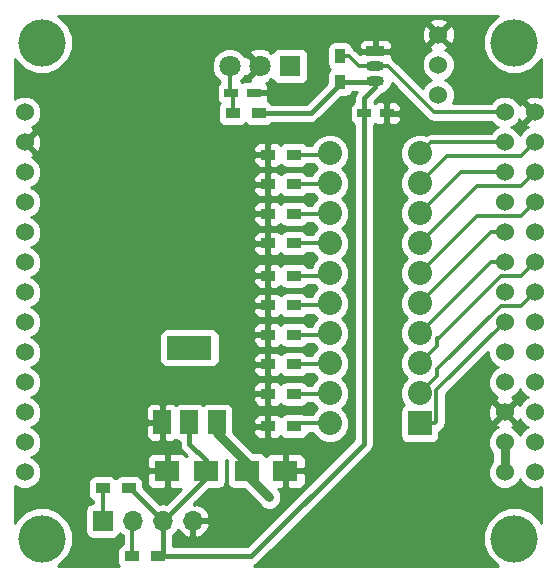
<source format=gtl>
G04 #@! TF.GenerationSoftware,KiCad,Pcbnew,no-vcs-found-e0b9a21~60~ubuntu15.04.1*
G04 #@! TF.CreationDate,2017-10-17T01:14:26+03:00*
G04 #@! TF.ProjectId,orange_pi_zero_node,6F72616E67655F70695F7A65726F5F6E,rev?*
G04 #@! TF.SameCoordinates,Original*
G04 #@! TF.FileFunction,Copper,L1,Top,Signal*
G04 #@! TF.FilePolarity,Positive*
%FSLAX46Y46*%
G04 Gerber Fmt 4.6, Leading zero omitted, Abs format (unit mm)*
G04 Created by KiCad (PCBNEW no-vcs-found-e0b9a21~60~ubuntu15.04.1) date Tue Oct 17 01:14:26 2017*
%MOMM*%
%LPD*%
G01*
G04 APERTURE LIST*
%ADD10C,4.000000*%
%ADD11C,1.524000*%
%ADD12C,2.032000*%
%ADD13R,2.032000X2.032000*%
%ADD14R,2.150000X1.800000*%
%ADD15R,1.200000X0.900000*%
%ADD16R,1.500000X2.000000*%
%ADD17R,3.800000X2.000000*%
%ADD18O,1.700000X1.700000*%
%ADD19R,1.700000X1.700000*%
%ADD20R,1.200000X0.750000*%
%ADD21R,0.900000X1.200000*%
%ADD22R,1.500000X0.900000*%
%ADD23O,1.500000X0.900000*%
%ADD24C,1.800000*%
%ADD25R,1.800000X1.800000*%
%ADD26C,0.450000*%
%ADD27C,0.800000*%
%ADD28C,0.300000*%
%ADD29C,0.800000*%
%ADD30C,0.400000*%
%ADD31C,0.254000*%
G04 APERTURE END LIST*
D10*
X156000000Y-53500000D03*
D11*
X114540000Y-59400000D03*
X114540000Y-61940000D03*
X114540000Y-64480000D03*
X114540000Y-67020000D03*
X114540000Y-69560000D03*
X114540000Y-72100000D03*
X114540000Y-74640000D03*
X114540000Y-77180000D03*
X114540000Y-79720000D03*
X114540000Y-82260000D03*
X114540000Y-84800000D03*
X114540000Y-87340000D03*
X114540000Y-89880000D03*
X157720000Y-89880000D03*
X155180000Y-89880000D03*
X157720000Y-87340000D03*
X155180000Y-87340000D03*
X157720000Y-84800000D03*
X155180000Y-84800000D03*
X157720000Y-82260000D03*
X155180000Y-82260000D03*
X157720000Y-79720000D03*
X155180000Y-79720000D03*
X157720000Y-77180000D03*
X155180000Y-77180000D03*
X157720000Y-74640000D03*
X155180000Y-74640000D03*
X157720000Y-72100000D03*
X155180000Y-72100000D03*
X157720000Y-69560000D03*
X155180000Y-69560000D03*
X157720000Y-67020000D03*
X155180000Y-67020000D03*
X157720000Y-64480000D03*
X155180000Y-64480000D03*
X157720000Y-61940000D03*
X155180000Y-61940000D03*
X157720000Y-59400000D03*
X155180000Y-59400000D03*
X149560000Y-52820000D03*
X149560000Y-55360000D03*
X149560000Y-57900000D03*
D10*
X116000000Y-53500000D03*
X116000000Y-95500000D03*
X156000000Y-95500000D03*
D12*
X140380000Y-85750000D03*
X140380000Y-83210000D03*
X140380000Y-80670000D03*
X140380000Y-78130000D03*
X148000000Y-65430000D03*
X148000000Y-62890000D03*
X140380000Y-62890000D03*
X140380000Y-65430000D03*
X148000000Y-67970000D03*
X148000000Y-70510000D03*
X148000000Y-73050000D03*
X148000000Y-75590000D03*
X140380000Y-75590000D03*
X140380000Y-73050000D03*
X140380000Y-70510000D03*
X140380000Y-67970000D03*
X148000000Y-78130000D03*
X148000000Y-80670000D03*
X148000000Y-83210000D03*
D13*
X148000000Y-85750000D03*
D14*
X136625000Y-89750000D03*
X133375000Y-89750000D03*
X129875000Y-89750000D03*
X126625000Y-89750000D03*
D15*
X137350000Y-86000000D03*
X135150000Y-86000000D03*
X135150000Y-83250000D03*
X137350000Y-83250000D03*
X137350000Y-80750000D03*
X135150000Y-80750000D03*
X135150000Y-78250000D03*
X137350000Y-78250000D03*
X137350000Y-75750000D03*
X135150000Y-75750000D03*
X135150000Y-73250000D03*
X137350000Y-73250000D03*
X137350000Y-70500000D03*
X135150000Y-70500000D03*
X135150000Y-68000000D03*
X137350000Y-68000000D03*
X137350000Y-65500000D03*
X135150000Y-65500000D03*
X135150000Y-63000000D03*
X137350000Y-63000000D03*
D16*
X126200000Y-85650000D03*
X130800000Y-85650000D03*
X128500000Y-85650000D03*
D17*
X128500000Y-79350000D03*
D18*
X128770000Y-94000000D03*
X126230000Y-94000000D03*
X123690000Y-94000000D03*
D19*
X121150000Y-94000000D03*
D15*
X123650000Y-97000000D03*
X125850000Y-97000000D03*
X123350000Y-91250000D03*
X121150000Y-91250000D03*
D20*
X143300000Y-59500000D03*
X145200000Y-59500000D03*
D21*
X141250000Y-56850000D03*
X141250000Y-54650000D03*
D22*
X144250000Y-54250000D03*
D23*
X144250000Y-56790000D03*
X144250000Y-55520000D03*
D20*
X132050000Y-57750000D03*
X133950000Y-57750000D03*
D15*
X134350000Y-59500000D03*
X132150000Y-59500000D03*
D24*
X131920000Y-55500000D03*
X134460000Y-55500000D03*
D25*
X137000000Y-55500000D03*
D26*
X120120000Y-52714999D03*
X122660000Y-52714999D03*
X125200000Y-52714999D03*
X127740000Y-52714999D03*
X130280000Y-52714999D03*
X132820000Y-52714999D03*
X135360000Y-52714999D03*
X137900000Y-52714999D03*
X140440000Y-52714999D03*
X142980000Y-52714999D03*
X145520000Y-52714999D03*
X148060000Y-52714999D03*
X153140000Y-52714999D03*
X120120000Y-55254999D03*
X122660000Y-55254999D03*
X125200000Y-55254999D03*
X127740000Y-55254999D03*
X130280000Y-55254999D03*
X148060000Y-55254999D03*
X153140000Y-55254999D03*
X115040000Y-57794999D03*
X117580000Y-57794999D03*
X120120000Y-57794999D03*
X122660000Y-57794999D03*
X125200000Y-57794999D03*
X127740000Y-57794999D03*
X130280000Y-57794999D03*
X135360000Y-57794999D03*
X137900000Y-57794999D03*
X153140000Y-57794999D03*
X155680000Y-57794999D03*
X158220000Y-57794999D03*
X117580000Y-60334999D03*
X120120000Y-60334999D03*
X122660000Y-60334999D03*
X125200000Y-60334999D03*
X127740000Y-60334999D03*
X130280000Y-60334999D03*
X140440000Y-60334999D03*
X148060000Y-60334999D03*
X150600000Y-60334999D03*
X153140000Y-60334999D03*
X117580000Y-62874999D03*
X120120000Y-62874999D03*
X122660000Y-62874999D03*
X125200000Y-62874999D03*
X127740000Y-62874999D03*
X130280000Y-62874999D03*
X132820000Y-62874999D03*
X145520000Y-62874999D03*
X117580000Y-65414999D03*
X120120000Y-65414999D03*
X122660000Y-65414999D03*
X125200000Y-65414999D03*
X127740000Y-65414999D03*
X130280000Y-65414999D03*
X132820000Y-65414999D03*
X145520000Y-65414999D03*
X117580000Y-67954999D03*
X120120000Y-67954999D03*
X122660000Y-67954999D03*
X125200000Y-67954999D03*
X127740000Y-67954999D03*
X130280000Y-67954999D03*
X132820000Y-67954999D03*
X145520000Y-67954999D03*
X117580000Y-70494999D03*
X120120000Y-70494999D03*
X122660000Y-70494999D03*
X125200000Y-70494999D03*
X127740000Y-70494999D03*
X130280000Y-70494999D03*
X145520000Y-70494999D03*
X117580000Y-73034999D03*
X120120000Y-73034999D03*
X122660000Y-73034999D03*
X125200000Y-73034999D03*
X127740000Y-73034999D03*
X132820000Y-73034999D03*
X145520000Y-73034999D03*
X117580000Y-75574999D03*
X120120000Y-75574999D03*
X122660000Y-75574999D03*
X125200000Y-75574999D03*
X130280000Y-75574999D03*
X132820000Y-75574999D03*
X145520000Y-75574999D03*
X117580000Y-78114999D03*
X120120000Y-78114999D03*
X122660000Y-78114999D03*
X132820000Y-78114999D03*
X145520000Y-78114999D03*
X117580000Y-80654999D03*
X120120000Y-80654999D03*
X125200000Y-80654999D03*
X132820000Y-80654999D03*
X145520000Y-80654999D03*
X153140000Y-80654999D03*
X117580000Y-83194999D03*
X122660000Y-83194999D03*
X125200000Y-83194999D03*
X127740000Y-83194999D03*
X130280000Y-83194999D03*
X132820000Y-83194999D03*
X145520000Y-83194999D03*
X150600000Y-83194999D03*
X153140000Y-83194999D03*
X120120000Y-85734999D03*
X122660000Y-85734999D03*
X132820000Y-85734999D03*
X145520000Y-85734999D03*
X150600000Y-85734999D03*
X117580000Y-88274999D03*
X120120000Y-88274999D03*
X122660000Y-88274999D03*
X125200000Y-88274999D03*
X127740000Y-88274999D03*
X117580000Y-90814999D03*
X142980000Y-90814999D03*
X145520000Y-90814999D03*
X148060000Y-90814999D03*
X150600000Y-90814999D03*
X130280000Y-93354999D03*
X140440000Y-93354999D03*
X142980000Y-93354999D03*
X145520000Y-93354999D03*
X148060000Y-93354999D03*
X150600000Y-93354999D03*
X153140000Y-93354999D03*
X158220000Y-93354999D03*
X120120000Y-95894999D03*
X132820000Y-95894999D03*
X137900000Y-95894999D03*
X140440000Y-95894999D03*
X142980000Y-95894999D03*
X145520000Y-95894999D03*
X148060000Y-95894999D03*
X150600000Y-95894999D03*
X153140000Y-95894999D03*
D27*
X135250000Y-92000000D03*
D28*
X140380000Y-85750000D02*
X137600000Y-85750000D01*
X137600000Y-85750000D02*
X137350000Y-86000000D01*
X137350000Y-83250000D02*
X140340000Y-83250000D01*
X140340000Y-83250000D02*
X140380000Y-83210000D01*
X137350000Y-80750000D02*
X140300000Y-80750000D01*
X140300000Y-80750000D02*
X140380000Y-80670000D01*
X137350000Y-78250000D02*
X140260000Y-78250000D01*
X140260000Y-78250000D02*
X140380000Y-78130000D01*
X157720000Y-61940000D02*
X156557999Y-63102001D01*
X156557999Y-63102001D02*
X150327999Y-63102001D01*
X150327999Y-63102001D02*
X148000000Y-65430000D01*
X155180000Y-61940000D02*
X148950000Y-61940000D01*
X148950000Y-61940000D02*
X148000000Y-62890000D01*
X137350000Y-63000000D02*
X140270000Y-63000000D01*
X140270000Y-63000000D02*
X140380000Y-62890000D01*
X137350000Y-65500000D02*
X140310000Y-65500000D01*
X140310000Y-65500000D02*
X140380000Y-65430000D01*
X155180000Y-64480000D02*
X151490000Y-64480000D01*
X151490000Y-64480000D02*
X148000000Y-67970000D01*
X157720000Y-64480000D02*
X156557999Y-65642001D01*
X156557999Y-65642001D02*
X152867999Y-65642001D01*
X152867999Y-65642001D02*
X148000000Y-70510000D01*
X157720000Y-67020000D02*
X156557999Y-68182001D01*
X152867999Y-68182001D02*
X148000000Y-73050000D01*
X156557999Y-68182001D02*
X152867999Y-68182001D01*
X155180000Y-69560000D02*
X154030000Y-69560000D01*
X154030000Y-69560000D02*
X148000000Y-75590000D01*
X137350000Y-75750000D02*
X140220000Y-75750000D01*
X140220000Y-75750000D02*
X140380000Y-75590000D01*
X137350000Y-73250000D02*
X140180000Y-73250000D01*
X140180000Y-73250000D02*
X140380000Y-73050000D01*
X137350000Y-70500000D02*
X140370000Y-70500000D01*
X140370000Y-70500000D02*
X140380000Y-70510000D01*
X137350000Y-68000000D02*
X140350000Y-68000000D01*
X140350000Y-68000000D02*
X140380000Y-67970000D01*
X155180000Y-72100000D02*
X154030000Y-72100000D01*
X154030000Y-72100000D02*
X148000000Y-78130000D01*
X157720000Y-72100000D02*
X156557999Y-73262001D01*
X156557999Y-73262001D02*
X154838237Y-73262001D01*
X154838237Y-73262001D02*
X149600238Y-78500000D01*
X149600238Y-78500000D02*
X149500000Y-78500000D01*
X149500000Y-78500000D02*
X149500000Y-79170000D01*
X149500000Y-79170000D02*
X148000000Y-80670000D01*
X157720000Y-74640000D02*
X156557999Y-75802001D01*
X156557999Y-75802001D02*
X154838237Y-75802001D01*
X149500000Y-81710000D02*
X148000000Y-83210000D01*
X154838237Y-75802001D02*
X149500000Y-81140238D01*
X149500000Y-81140238D02*
X149500000Y-81710000D01*
X148000000Y-85750000D02*
X149316000Y-85750000D01*
X149316000Y-85750000D02*
X149416001Y-85649999D01*
X149416001Y-85649999D02*
X149416001Y-82943999D01*
X149416001Y-82943999D02*
X155180000Y-77180000D01*
D29*
X133375000Y-89750000D02*
X133375000Y-90125000D01*
X133375000Y-90125000D02*
X135250000Y-92000000D01*
X133375000Y-89750000D02*
X133375000Y-89125000D01*
X133375000Y-89125000D02*
X130800000Y-86550000D01*
X130800000Y-86550000D02*
X130800000Y-85650000D01*
X155180000Y-89880000D02*
X155180000Y-87340000D01*
D30*
X143300000Y-59500000D02*
X143300000Y-87450000D01*
X143300000Y-87450000D02*
X133750000Y-97000000D01*
X133750000Y-97000000D02*
X125850000Y-97000000D01*
X144250000Y-56790000D02*
X144250000Y-57250000D01*
X143300000Y-58200000D02*
X143300000Y-59500000D01*
X144250000Y-57250000D02*
X143300000Y-58200000D01*
X141250000Y-56850000D02*
X144190000Y-56850000D01*
X144190000Y-56850000D02*
X144250000Y-56790000D01*
X134350000Y-59500000D02*
X138750000Y-59500000D01*
X138750000Y-59500000D02*
X141250000Y-57000000D01*
X141250000Y-57000000D02*
X141250000Y-56850000D01*
X129875000Y-89750000D02*
X129875000Y-88875000D01*
X129875000Y-88875000D02*
X128500000Y-87500000D01*
X128500000Y-87500000D02*
X128500000Y-85650000D01*
X123350000Y-91250000D02*
X123500000Y-91250000D01*
X123500000Y-91250000D02*
X126230000Y-93980000D01*
X126230000Y-93980000D02*
X126230000Y-94000000D01*
X126230000Y-94000000D02*
X126230000Y-96620000D01*
X126230000Y-96620000D02*
X125850000Y-97000000D01*
X126230000Y-94000000D02*
X129875000Y-90355000D01*
X129875000Y-90355000D02*
X129875000Y-89750000D01*
D28*
X123650000Y-97000000D02*
X123650000Y-94040000D01*
X123650000Y-94040000D02*
X123690000Y-94000000D01*
X121150000Y-94000000D02*
X121150000Y-91250000D01*
X144250000Y-55520000D02*
X145300000Y-55520000D01*
X145300000Y-55520000D02*
X149180000Y-59400000D01*
X149180000Y-59400000D02*
X155180000Y-59400000D01*
X141250000Y-54650000D02*
X142000000Y-54650000D01*
X142000000Y-54650000D02*
X142870000Y-55520000D01*
X142870000Y-55520000D02*
X144250000Y-55520000D01*
X131920000Y-55000000D02*
X131920000Y-57620000D01*
X131920000Y-57620000D02*
X132050000Y-57750000D01*
X132150000Y-59500000D02*
X132150000Y-57850000D01*
X132150000Y-57850000D02*
X132050000Y-57750000D01*
D31*
G36*
X154509342Y-51264853D02*
X153767458Y-52005443D01*
X153365458Y-52973567D01*
X153364543Y-54021834D01*
X153764853Y-54990658D01*
X154505443Y-55732542D01*
X155473567Y-56134542D01*
X156521834Y-56135457D01*
X157490658Y-55735147D01*
X158232542Y-54994557D01*
X158290000Y-54856183D01*
X158290000Y-58120113D01*
X157927698Y-57990856D01*
X157372632Y-58018638D01*
X156988857Y-58177603D01*
X156919392Y-58419787D01*
X157720000Y-59220395D01*
X157734143Y-59206253D01*
X157913748Y-59385858D01*
X157899605Y-59400000D01*
X157913748Y-59414143D01*
X157734143Y-59593748D01*
X157720000Y-59579605D01*
X156919392Y-60380213D01*
X156988857Y-60622397D01*
X157129318Y-60672509D01*
X156929697Y-60754990D01*
X156536371Y-61147630D01*
X156450051Y-61355512D01*
X156365010Y-61149697D01*
X155972370Y-60756371D01*
X155764488Y-60670051D01*
X155970303Y-60585010D01*
X156363629Y-60192370D01*
X156443395Y-60000273D01*
X156497603Y-60131143D01*
X156739787Y-60200608D01*
X157540395Y-59400000D01*
X156739787Y-58599392D01*
X156497603Y-58668857D01*
X156447491Y-58809318D01*
X156365010Y-58609697D01*
X155972370Y-58216371D01*
X155459100Y-58003243D01*
X154903339Y-58002758D01*
X154389697Y-58214990D01*
X153996371Y-58607630D01*
X153993311Y-58615000D01*
X150775756Y-58615000D01*
X150956757Y-58179100D01*
X150957242Y-57623339D01*
X150745010Y-57109697D01*
X150352370Y-56716371D01*
X150144488Y-56630051D01*
X150350303Y-56545010D01*
X150743629Y-56152370D01*
X150956757Y-55639100D01*
X150957242Y-55083339D01*
X150745010Y-54569697D01*
X150352370Y-54176371D01*
X150160273Y-54096605D01*
X150291143Y-54042397D01*
X150360608Y-53800213D01*
X149560000Y-52999605D01*
X148759392Y-53800213D01*
X148828857Y-54042397D01*
X148969318Y-54092509D01*
X148769697Y-54174990D01*
X148376371Y-54567630D01*
X148163243Y-55080900D01*
X148162758Y-55636661D01*
X148374990Y-56150303D01*
X148767630Y-56543629D01*
X148975512Y-56629949D01*
X148769697Y-56714990D01*
X148376371Y-57107630D01*
X148265293Y-57375135D01*
X145855079Y-54964921D01*
X145635000Y-54817869D01*
X145635000Y-54535750D01*
X145476250Y-54377000D01*
X144377000Y-54377000D01*
X144377000Y-54397000D01*
X144123000Y-54397000D01*
X144123000Y-54377000D01*
X143023750Y-54377000D01*
X142930454Y-54470296D01*
X142555079Y-54094921D01*
X142325918Y-53941801D01*
X142298157Y-53802235D01*
X142212266Y-53673691D01*
X142865000Y-53673691D01*
X142865000Y-53964250D01*
X143023750Y-54123000D01*
X144123000Y-54123000D01*
X144123000Y-53323750D01*
X144377000Y-53323750D01*
X144377000Y-54123000D01*
X145476250Y-54123000D01*
X145635000Y-53964250D01*
X145635000Y-53673691D01*
X145538327Y-53440302D01*
X145359699Y-53261673D01*
X145126310Y-53165000D01*
X144535750Y-53165000D01*
X144377000Y-53323750D01*
X144123000Y-53323750D01*
X143964250Y-53165000D01*
X143373690Y-53165000D01*
X143140301Y-53261673D01*
X142961673Y-53440302D01*
X142865000Y-53673691D01*
X142212266Y-53673691D01*
X142157809Y-53592191D01*
X141947765Y-53451843D01*
X141700000Y-53402560D01*
X140800000Y-53402560D01*
X140552235Y-53451843D01*
X140342191Y-53592191D01*
X140201843Y-53802235D01*
X140152560Y-54050000D01*
X140152560Y-55250000D01*
X140201843Y-55497765D01*
X140342191Y-55707809D01*
X140405334Y-55750000D01*
X140342191Y-55792191D01*
X140201843Y-56002235D01*
X140152560Y-56250000D01*
X140152560Y-56916572D01*
X138404132Y-58665000D01*
X135456459Y-58665000D01*
X135407809Y-58592191D01*
X135197765Y-58451843D01*
X135109231Y-58434233D01*
X135185000Y-58251310D01*
X135185000Y-58035750D01*
X135026250Y-57877000D01*
X134077000Y-57877000D01*
X134077000Y-57897000D01*
X133823000Y-57897000D01*
X133823000Y-57877000D01*
X133803000Y-57877000D01*
X133803000Y-57623000D01*
X133823000Y-57623000D01*
X133823000Y-57603000D01*
X134077000Y-57603000D01*
X134077000Y-57623000D01*
X135026250Y-57623000D01*
X135185000Y-57464250D01*
X135185000Y-57248690D01*
X135088327Y-57015301D01*
X135016422Y-56943397D01*
X135274148Y-56836643D01*
X135360553Y-56580161D01*
X135475110Y-56694718D01*
X135509942Y-56659886D01*
X135642191Y-56857809D01*
X135852235Y-56998157D01*
X136100000Y-57047440D01*
X137900000Y-57047440D01*
X138147765Y-56998157D01*
X138357809Y-56857809D01*
X138498157Y-56647765D01*
X138547440Y-56400000D01*
X138547440Y-54600000D01*
X138498157Y-54352235D01*
X138357809Y-54142191D01*
X138147765Y-54001843D01*
X137900000Y-53952560D01*
X136100000Y-53952560D01*
X135852235Y-54001843D01*
X135642191Y-54142191D01*
X135509942Y-54340114D01*
X135475110Y-54305282D01*
X135360553Y-54419839D01*
X135274148Y-54163357D01*
X134700664Y-53953542D01*
X134090540Y-53979161D01*
X133645852Y-54163357D01*
X133559446Y-54419841D01*
X134460000Y-55320395D01*
X134474143Y-55306253D01*
X134653748Y-55485858D01*
X134639605Y-55500000D01*
X134653748Y-55514143D01*
X134474143Y-55693748D01*
X134460000Y-55679605D01*
X133559446Y-56580159D01*
X133613294Y-56740000D01*
X133223691Y-56740000D01*
X132990302Y-56836673D01*
X132989102Y-56837873D01*
X132897765Y-56776843D01*
X132827618Y-56762890D01*
X133220551Y-56370643D01*
X133229203Y-56349806D01*
X133379841Y-56400554D01*
X134280395Y-55500000D01*
X133379841Y-54599446D01*
X133229673Y-54650035D01*
X133222068Y-54631629D01*
X132790643Y-54199449D01*
X132226670Y-53965267D01*
X131616009Y-53964735D01*
X131051629Y-54197932D01*
X130619449Y-54629357D01*
X130385267Y-55193330D01*
X130384735Y-55803991D01*
X130617932Y-56368371D01*
X131049357Y-56800551D01*
X131121760Y-56830615D01*
X130992191Y-56917191D01*
X130851843Y-57127235D01*
X130802560Y-57375000D01*
X130802560Y-58125000D01*
X130851843Y-58372765D01*
X130992191Y-58582809D01*
X131065659Y-58631899D01*
X130951843Y-58802235D01*
X130902560Y-59050000D01*
X130902560Y-59950000D01*
X130951843Y-60197765D01*
X131092191Y-60407809D01*
X131302235Y-60548157D01*
X131550000Y-60597440D01*
X132750000Y-60597440D01*
X132997765Y-60548157D01*
X133207809Y-60407809D01*
X133250000Y-60344666D01*
X133292191Y-60407809D01*
X133502235Y-60548157D01*
X133750000Y-60597440D01*
X134950000Y-60597440D01*
X135197765Y-60548157D01*
X135407809Y-60407809D01*
X135456459Y-60335000D01*
X138750000Y-60335000D01*
X139069541Y-60271439D01*
X139340434Y-60090434D01*
X141333428Y-58097440D01*
X141700000Y-58097440D01*
X141947765Y-58048157D01*
X142157809Y-57907809D01*
X142298157Y-57697765D01*
X142300696Y-57685000D01*
X142659163Y-57685000D01*
X142528561Y-57880459D01*
X142465000Y-58200000D01*
X142465000Y-58524304D01*
X142452235Y-58526843D01*
X142242191Y-58667191D01*
X142101843Y-58877235D01*
X142052560Y-59125000D01*
X142052560Y-59875000D01*
X142101843Y-60122765D01*
X142242191Y-60332809D01*
X142452235Y-60473157D01*
X142465000Y-60475696D01*
X142465000Y-87104131D01*
X133404132Y-96165000D01*
X127065000Y-96165000D01*
X127065000Y-95222841D01*
X127280054Y-95079147D01*
X127507702Y-94738447D01*
X127574817Y-94881358D01*
X128003076Y-95271645D01*
X128413110Y-95441476D01*
X128643000Y-95320155D01*
X128643000Y-94127000D01*
X128897000Y-94127000D01*
X128897000Y-95320155D01*
X129126890Y-95441476D01*
X129536924Y-95271645D01*
X129965183Y-94881358D01*
X130211486Y-94356892D01*
X130090819Y-94127000D01*
X128897000Y-94127000D01*
X128643000Y-94127000D01*
X128623000Y-94127000D01*
X128623000Y-93873000D01*
X128643000Y-93873000D01*
X128643000Y-93853000D01*
X128897000Y-93853000D01*
X128897000Y-93873000D01*
X130090819Y-93873000D01*
X130211486Y-93643108D01*
X129965183Y-93118642D01*
X129536924Y-92728355D01*
X129126890Y-92558524D01*
X128897002Y-92679844D01*
X128897002Y-92515000D01*
X128895868Y-92515000D01*
X130113428Y-91297440D01*
X130950000Y-91297440D01*
X131197765Y-91248157D01*
X131407809Y-91107809D01*
X131548157Y-90897765D01*
X131597440Y-90650000D01*
X131597440Y-88850000D01*
X131587794Y-88801505D01*
X131652560Y-88866271D01*
X131652560Y-90650000D01*
X131701843Y-90897765D01*
X131842191Y-91107809D01*
X132052235Y-91248157D01*
X132300000Y-91297440D01*
X133083728Y-91297440D01*
X134517506Y-92731217D01*
X134662954Y-92876919D01*
X135043223Y-93034820D01*
X135454971Y-93035179D01*
X135835515Y-92877942D01*
X136126919Y-92587046D01*
X136284820Y-92206777D01*
X136285179Y-91795029D01*
X136127942Y-91414485D01*
X135998683Y-91285000D01*
X136339250Y-91285000D01*
X136498000Y-91126250D01*
X136498000Y-89877000D01*
X136752000Y-89877000D01*
X136752000Y-91126250D01*
X136910750Y-91285000D01*
X137826309Y-91285000D01*
X138059698Y-91188327D01*
X138238327Y-91009699D01*
X138335000Y-90776310D01*
X138335000Y-90035750D01*
X138176250Y-89877000D01*
X136752000Y-89877000D01*
X136498000Y-89877000D01*
X136478000Y-89877000D01*
X136478000Y-89623000D01*
X136498000Y-89623000D01*
X136498000Y-88373750D01*
X136752000Y-88373750D01*
X136752000Y-89623000D01*
X138176250Y-89623000D01*
X138335000Y-89464250D01*
X138335000Y-88723690D01*
X138238327Y-88490301D01*
X138059698Y-88311673D01*
X137826309Y-88215000D01*
X136910750Y-88215000D01*
X136752000Y-88373750D01*
X136498000Y-88373750D01*
X136339250Y-88215000D01*
X135423691Y-88215000D01*
X135190302Y-88311673D01*
X135011673Y-88490301D01*
X134997013Y-88525693D01*
X134907809Y-88392191D01*
X134697765Y-88251843D01*
X134450000Y-88202560D01*
X133916271Y-88202560D01*
X132197440Y-86483728D01*
X132197440Y-86285750D01*
X133915000Y-86285750D01*
X133915000Y-86576310D01*
X134011673Y-86809699D01*
X134190302Y-86988327D01*
X134423691Y-87085000D01*
X134864250Y-87085000D01*
X135023000Y-86926250D01*
X135023000Y-86127000D01*
X134073750Y-86127000D01*
X133915000Y-86285750D01*
X132197440Y-86285750D01*
X132197440Y-85423690D01*
X133915000Y-85423690D01*
X133915000Y-85714250D01*
X134073750Y-85873000D01*
X135023000Y-85873000D01*
X135023000Y-85073750D01*
X134864250Y-84915000D01*
X134423691Y-84915000D01*
X134190302Y-85011673D01*
X134011673Y-85190301D01*
X133915000Y-85423690D01*
X132197440Y-85423690D01*
X132197440Y-84650000D01*
X132148157Y-84402235D01*
X132007809Y-84192191D01*
X131797765Y-84051843D01*
X131550000Y-84002560D01*
X130050000Y-84002560D01*
X129802235Y-84051843D01*
X129650000Y-84153564D01*
X129497765Y-84051843D01*
X129250000Y-84002560D01*
X127750000Y-84002560D01*
X127502235Y-84051843D01*
X127350953Y-84152927D01*
X127309699Y-84111673D01*
X127076310Y-84015000D01*
X126485750Y-84015000D01*
X126327000Y-84173750D01*
X126327000Y-85523000D01*
X126347000Y-85523000D01*
X126347000Y-85777000D01*
X126327000Y-85777000D01*
X126327000Y-87126250D01*
X126485750Y-87285000D01*
X127076310Y-87285000D01*
X127309699Y-87188327D01*
X127350953Y-87147073D01*
X127502235Y-87248157D01*
X127665000Y-87280533D01*
X127665000Y-87500000D01*
X127728561Y-87819541D01*
X127875867Y-88040000D01*
X127909566Y-88090434D01*
X128289772Y-88470640D01*
X128252987Y-88525693D01*
X128238327Y-88490301D01*
X128059698Y-88311673D01*
X127826309Y-88215000D01*
X126910750Y-88215000D01*
X126752000Y-88373750D01*
X126752000Y-89623000D01*
X126772000Y-89623000D01*
X126772000Y-89877000D01*
X126752000Y-89877000D01*
X126752000Y-91126250D01*
X126910750Y-91285000D01*
X127764132Y-91285000D01*
X126507939Y-92541193D01*
X126230000Y-92485907D01*
X125968742Y-92537874D01*
X124597440Y-91166572D01*
X124597440Y-90800000D01*
X124548157Y-90552235D01*
X124407809Y-90342191D01*
X124197765Y-90201843D01*
X123950000Y-90152560D01*
X122750000Y-90152560D01*
X122502235Y-90201843D01*
X122292191Y-90342191D01*
X122250000Y-90405334D01*
X122207809Y-90342191D01*
X121997765Y-90201843D01*
X121750000Y-90152560D01*
X120550000Y-90152560D01*
X120302235Y-90201843D01*
X120092191Y-90342191D01*
X119951843Y-90552235D01*
X119902560Y-90800000D01*
X119902560Y-91700000D01*
X119951843Y-91947765D01*
X120092191Y-92157809D01*
X120302235Y-92298157D01*
X120365000Y-92310642D01*
X120365000Y-92502560D01*
X120300000Y-92502560D01*
X120052235Y-92551843D01*
X119842191Y-92692191D01*
X119701843Y-92902235D01*
X119652560Y-93150000D01*
X119652560Y-94850000D01*
X119701843Y-95097765D01*
X119842191Y-95307809D01*
X120052235Y-95448157D01*
X120300000Y-95497440D01*
X122000000Y-95497440D01*
X122247765Y-95448157D01*
X122457809Y-95307809D01*
X122598157Y-95097765D01*
X122610597Y-95035223D01*
X122639946Y-95079147D01*
X122865000Y-95229523D01*
X122865000Y-95939358D01*
X122802235Y-95951843D01*
X122592191Y-96092191D01*
X122451843Y-96302235D01*
X122402560Y-96550000D01*
X122402560Y-97450000D01*
X122451843Y-97697765D01*
X122513473Y-97790000D01*
X117357904Y-97790000D01*
X117490658Y-97735147D01*
X118232542Y-96994557D01*
X118634542Y-96026433D01*
X118635457Y-94978166D01*
X118235147Y-94009342D01*
X117494557Y-93267458D01*
X116526433Y-92865458D01*
X115478166Y-92864543D01*
X114509342Y-93264853D01*
X113767458Y-94005443D01*
X113710000Y-94143817D01*
X113710000Y-91025933D01*
X113747630Y-91063629D01*
X114260900Y-91276757D01*
X114816661Y-91277242D01*
X115330303Y-91065010D01*
X115723629Y-90672370D01*
X115936757Y-90159100D01*
X115936864Y-90035750D01*
X124915000Y-90035750D01*
X124915000Y-90776310D01*
X125011673Y-91009699D01*
X125190302Y-91188327D01*
X125423691Y-91285000D01*
X126339250Y-91285000D01*
X126498000Y-91126250D01*
X126498000Y-89877000D01*
X125073750Y-89877000D01*
X124915000Y-90035750D01*
X115936864Y-90035750D01*
X115937242Y-89603339D01*
X115725010Y-89089697D01*
X115359642Y-88723690D01*
X124915000Y-88723690D01*
X124915000Y-89464250D01*
X125073750Y-89623000D01*
X126498000Y-89623000D01*
X126498000Y-88373750D01*
X126339250Y-88215000D01*
X125423691Y-88215000D01*
X125190302Y-88311673D01*
X125011673Y-88490301D01*
X124915000Y-88723690D01*
X115359642Y-88723690D01*
X115332370Y-88696371D01*
X115124488Y-88610051D01*
X115330303Y-88525010D01*
X115723629Y-88132370D01*
X115936757Y-87619100D01*
X115937242Y-87063339D01*
X115725010Y-86549697D01*
X115332370Y-86156371D01*
X115124488Y-86070051D01*
X115330303Y-85985010D01*
X115379649Y-85935750D01*
X124815000Y-85935750D01*
X124815000Y-86776309D01*
X124911673Y-87009698D01*
X125090301Y-87188327D01*
X125323690Y-87285000D01*
X125914250Y-87285000D01*
X126073000Y-87126250D01*
X126073000Y-85777000D01*
X124973750Y-85777000D01*
X124815000Y-85935750D01*
X115379649Y-85935750D01*
X115723629Y-85592370D01*
X115936757Y-85079100D01*
X115937241Y-84523691D01*
X124815000Y-84523691D01*
X124815000Y-85364250D01*
X124973750Y-85523000D01*
X126073000Y-85523000D01*
X126073000Y-84173750D01*
X125914250Y-84015000D01*
X125323690Y-84015000D01*
X125090301Y-84111673D01*
X124911673Y-84290302D01*
X124815000Y-84523691D01*
X115937241Y-84523691D01*
X115937242Y-84523339D01*
X115725010Y-84009697D01*
X115332370Y-83616371D01*
X115138213Y-83535750D01*
X133915000Y-83535750D01*
X133915000Y-83826310D01*
X134011673Y-84059699D01*
X134190302Y-84238327D01*
X134423691Y-84335000D01*
X134864250Y-84335000D01*
X135023000Y-84176250D01*
X135023000Y-83377000D01*
X134073750Y-83377000D01*
X133915000Y-83535750D01*
X115138213Y-83535750D01*
X115124488Y-83530051D01*
X115330303Y-83445010D01*
X115723629Y-83052370D01*
X115880870Y-82673690D01*
X133915000Y-82673690D01*
X133915000Y-82964250D01*
X134073750Y-83123000D01*
X135023000Y-83123000D01*
X135023000Y-82323750D01*
X134864250Y-82165000D01*
X134423691Y-82165000D01*
X134190302Y-82261673D01*
X134011673Y-82440301D01*
X133915000Y-82673690D01*
X115880870Y-82673690D01*
X115936757Y-82539100D01*
X115937242Y-81983339D01*
X115725010Y-81469697D01*
X115332370Y-81076371D01*
X115234544Y-81035750D01*
X133915000Y-81035750D01*
X133915000Y-81326310D01*
X134011673Y-81559699D01*
X134190302Y-81738327D01*
X134423691Y-81835000D01*
X134864250Y-81835000D01*
X135023000Y-81676250D01*
X135023000Y-80877000D01*
X134073750Y-80877000D01*
X133915000Y-81035750D01*
X115234544Y-81035750D01*
X115124488Y-80990051D01*
X115330303Y-80905010D01*
X115723629Y-80512370D01*
X115936757Y-79999100D01*
X115937242Y-79443339D01*
X115725010Y-78929697D01*
X115332370Y-78536371D01*
X115124488Y-78450051D01*
X115330303Y-78365010D01*
X115345339Y-78350000D01*
X125952560Y-78350000D01*
X125952560Y-80350000D01*
X126001843Y-80597765D01*
X126142191Y-80807809D01*
X126352235Y-80948157D01*
X126600000Y-80997440D01*
X130400000Y-80997440D01*
X130647765Y-80948157D01*
X130857809Y-80807809D01*
X130998157Y-80597765D01*
X131047440Y-80350000D01*
X131047440Y-80173690D01*
X133915000Y-80173690D01*
X133915000Y-80464250D01*
X134073750Y-80623000D01*
X135023000Y-80623000D01*
X135023000Y-79823750D01*
X134864250Y-79665000D01*
X134423691Y-79665000D01*
X134190302Y-79761673D01*
X134011673Y-79940301D01*
X133915000Y-80173690D01*
X131047440Y-80173690D01*
X131047440Y-78535750D01*
X133915000Y-78535750D01*
X133915000Y-78826310D01*
X134011673Y-79059699D01*
X134190302Y-79238327D01*
X134423691Y-79335000D01*
X134864250Y-79335000D01*
X135023000Y-79176250D01*
X135023000Y-78377000D01*
X134073750Y-78377000D01*
X133915000Y-78535750D01*
X131047440Y-78535750D01*
X131047440Y-78350000D01*
X130998157Y-78102235D01*
X130857809Y-77892191D01*
X130647765Y-77751843D01*
X130400000Y-77702560D01*
X126600000Y-77702560D01*
X126352235Y-77751843D01*
X126142191Y-77892191D01*
X126001843Y-78102235D01*
X125952560Y-78350000D01*
X115345339Y-78350000D01*
X115723629Y-77972370D01*
X115847651Y-77673690D01*
X133915000Y-77673690D01*
X133915000Y-77964250D01*
X134073750Y-78123000D01*
X135023000Y-78123000D01*
X135023000Y-77323750D01*
X134864250Y-77165000D01*
X134423691Y-77165000D01*
X134190302Y-77261673D01*
X134011673Y-77440301D01*
X133915000Y-77673690D01*
X115847651Y-77673690D01*
X115936757Y-77459100D01*
X115937242Y-76903339D01*
X115725010Y-76389697D01*
X115371681Y-76035750D01*
X133915000Y-76035750D01*
X133915000Y-76326310D01*
X134011673Y-76559699D01*
X134190302Y-76738327D01*
X134423691Y-76835000D01*
X134864250Y-76835000D01*
X135023000Y-76676250D01*
X135023000Y-75877000D01*
X134073750Y-75877000D01*
X133915000Y-76035750D01*
X115371681Y-76035750D01*
X115332370Y-75996371D01*
X115124488Y-75910051D01*
X115330303Y-75825010D01*
X115723629Y-75432370D01*
X115831042Y-75173690D01*
X133915000Y-75173690D01*
X133915000Y-75464250D01*
X134073750Y-75623000D01*
X135023000Y-75623000D01*
X135023000Y-74823750D01*
X134864250Y-74665000D01*
X134423691Y-74665000D01*
X134190302Y-74761673D01*
X134011673Y-74940301D01*
X133915000Y-75173690D01*
X115831042Y-75173690D01*
X115936757Y-74919100D01*
X115937242Y-74363339D01*
X115725010Y-73849697D01*
X115411611Y-73535750D01*
X133915000Y-73535750D01*
X133915000Y-73826310D01*
X134011673Y-74059699D01*
X134190302Y-74238327D01*
X134423691Y-74335000D01*
X134864250Y-74335000D01*
X135023000Y-74176250D01*
X135023000Y-73377000D01*
X134073750Y-73377000D01*
X133915000Y-73535750D01*
X115411611Y-73535750D01*
X115332370Y-73456371D01*
X115124488Y-73370051D01*
X115330303Y-73285010D01*
X115723629Y-72892370D01*
X115814432Y-72673690D01*
X133915000Y-72673690D01*
X133915000Y-72964250D01*
X134073750Y-73123000D01*
X135023000Y-73123000D01*
X135023000Y-72323750D01*
X134864250Y-72165000D01*
X134423691Y-72165000D01*
X134190302Y-72261673D01*
X134011673Y-72440301D01*
X133915000Y-72673690D01*
X115814432Y-72673690D01*
X115936757Y-72379100D01*
X115937242Y-71823339D01*
X115725010Y-71309697D01*
X115332370Y-70916371D01*
X115124488Y-70830051D01*
X115231704Y-70785750D01*
X133915000Y-70785750D01*
X133915000Y-71076310D01*
X134011673Y-71309699D01*
X134190302Y-71488327D01*
X134423691Y-71585000D01*
X134864250Y-71585000D01*
X135023000Y-71426250D01*
X135023000Y-70627000D01*
X134073750Y-70627000D01*
X133915000Y-70785750D01*
X115231704Y-70785750D01*
X115330303Y-70745010D01*
X115723629Y-70352370D01*
X115901632Y-69923690D01*
X133915000Y-69923690D01*
X133915000Y-70214250D01*
X134073750Y-70373000D01*
X135023000Y-70373000D01*
X135023000Y-69573750D01*
X134864250Y-69415000D01*
X134423691Y-69415000D01*
X134190302Y-69511673D01*
X134011673Y-69690301D01*
X133915000Y-69923690D01*
X115901632Y-69923690D01*
X115936757Y-69839100D01*
X115937242Y-69283339D01*
X115725010Y-68769697D01*
X115332370Y-68376371D01*
X115124488Y-68290051D01*
X115134897Y-68285750D01*
X133915000Y-68285750D01*
X133915000Y-68576310D01*
X134011673Y-68809699D01*
X134190302Y-68988327D01*
X134423691Y-69085000D01*
X134864250Y-69085000D01*
X135023000Y-68926250D01*
X135023000Y-68127000D01*
X134073750Y-68127000D01*
X133915000Y-68285750D01*
X115134897Y-68285750D01*
X115330303Y-68205010D01*
X115723629Y-67812370D01*
X115885022Y-67423690D01*
X133915000Y-67423690D01*
X133915000Y-67714250D01*
X134073750Y-67873000D01*
X135023000Y-67873000D01*
X135023000Y-67073750D01*
X134864250Y-66915000D01*
X134423691Y-66915000D01*
X134190302Y-67011673D01*
X134011673Y-67190301D01*
X133915000Y-67423690D01*
X115885022Y-67423690D01*
X115936757Y-67299100D01*
X115937242Y-66743339D01*
X115725010Y-66229697D01*
X115332370Y-65836371D01*
X115210461Y-65785750D01*
X133915000Y-65785750D01*
X133915000Y-66076310D01*
X134011673Y-66309699D01*
X134190302Y-66488327D01*
X134423691Y-66585000D01*
X134864250Y-66585000D01*
X135023000Y-66426250D01*
X135023000Y-65627000D01*
X134073750Y-65627000D01*
X133915000Y-65785750D01*
X115210461Y-65785750D01*
X115124488Y-65750051D01*
X115330303Y-65665010D01*
X115723629Y-65272370D01*
X115868413Y-64923690D01*
X133915000Y-64923690D01*
X133915000Y-65214250D01*
X134073750Y-65373000D01*
X135023000Y-65373000D01*
X135023000Y-64573750D01*
X134864250Y-64415000D01*
X134423691Y-64415000D01*
X134190302Y-64511673D01*
X134011673Y-64690301D01*
X133915000Y-64923690D01*
X115868413Y-64923690D01*
X115936757Y-64759100D01*
X115937242Y-64203339D01*
X115725010Y-63689697D01*
X115332370Y-63296371D01*
X115306792Y-63285750D01*
X133915000Y-63285750D01*
X133915000Y-63576310D01*
X134011673Y-63809699D01*
X134190302Y-63988327D01*
X134423691Y-64085000D01*
X134864250Y-64085000D01*
X135023000Y-63926250D01*
X135023000Y-63127000D01*
X134073750Y-63127000D01*
X133915000Y-63285750D01*
X115306792Y-63285750D01*
X115140273Y-63216605D01*
X115271143Y-63162397D01*
X115340608Y-62920213D01*
X114540000Y-62119605D01*
X114525858Y-62133748D01*
X114346253Y-61954143D01*
X114360395Y-61940000D01*
X114719605Y-61940000D01*
X115520213Y-62740608D01*
X115762397Y-62671143D01*
X115850679Y-62423690D01*
X133915000Y-62423690D01*
X133915000Y-62714250D01*
X134073750Y-62873000D01*
X135023000Y-62873000D01*
X135023000Y-62073750D01*
X135277000Y-62073750D01*
X135277000Y-62873000D01*
X135297000Y-62873000D01*
X135297000Y-63127000D01*
X135277000Y-63127000D01*
X135277000Y-63926250D01*
X135435750Y-64085000D01*
X135876309Y-64085000D01*
X136109698Y-63988327D01*
X136251346Y-63846680D01*
X136292191Y-63907809D01*
X136502235Y-64048157D01*
X136750000Y-64097440D01*
X137950000Y-64097440D01*
X138197765Y-64048157D01*
X138407809Y-63907809D01*
X138489868Y-63785000D01*
X138963422Y-63785000D01*
X138979534Y-63823995D01*
X139315132Y-64160179D01*
X138981166Y-64493563D01*
X138889217Y-64715000D01*
X138489868Y-64715000D01*
X138407809Y-64592191D01*
X138197765Y-64451843D01*
X137950000Y-64402560D01*
X136750000Y-64402560D01*
X136502235Y-64451843D01*
X136292191Y-64592191D01*
X136251346Y-64653320D01*
X136109698Y-64511673D01*
X135876309Y-64415000D01*
X135435750Y-64415000D01*
X135277000Y-64573750D01*
X135277000Y-65373000D01*
X135297000Y-65373000D01*
X135297000Y-65627000D01*
X135277000Y-65627000D01*
X135277000Y-66426250D01*
X135435750Y-66585000D01*
X135876309Y-66585000D01*
X136109698Y-66488327D01*
X136251346Y-66346680D01*
X136292191Y-66407809D01*
X136502235Y-66548157D01*
X136750000Y-66597440D01*
X137950000Y-66597440D01*
X138197765Y-66548157D01*
X138407809Y-66407809D01*
X138489868Y-66285000D01*
X138946894Y-66285000D01*
X138979534Y-66363995D01*
X139315132Y-66700179D01*
X138981166Y-67033563D01*
X138905827Y-67215000D01*
X138489868Y-67215000D01*
X138407809Y-67092191D01*
X138197765Y-66951843D01*
X137950000Y-66902560D01*
X136750000Y-66902560D01*
X136502235Y-66951843D01*
X136292191Y-67092191D01*
X136251346Y-67153320D01*
X136109698Y-67011673D01*
X135876309Y-66915000D01*
X135435750Y-66915000D01*
X135277000Y-67073750D01*
X135277000Y-67873000D01*
X135297000Y-67873000D01*
X135297000Y-68127000D01*
X135277000Y-68127000D01*
X135277000Y-68926250D01*
X135435750Y-69085000D01*
X135876309Y-69085000D01*
X136109698Y-68988327D01*
X136251346Y-68846680D01*
X136292191Y-68907809D01*
X136502235Y-69048157D01*
X136750000Y-69097440D01*
X137950000Y-69097440D01*
X138197765Y-69048157D01*
X138407809Y-68907809D01*
X138489868Y-68785000D01*
X138930366Y-68785000D01*
X138979534Y-68903995D01*
X139315132Y-69240179D01*
X138981166Y-69573563D01*
X138922436Y-69715000D01*
X138489868Y-69715000D01*
X138407809Y-69592191D01*
X138197765Y-69451843D01*
X137950000Y-69402560D01*
X136750000Y-69402560D01*
X136502235Y-69451843D01*
X136292191Y-69592191D01*
X136251346Y-69653320D01*
X136109698Y-69511673D01*
X135876309Y-69415000D01*
X135435750Y-69415000D01*
X135277000Y-69573750D01*
X135277000Y-70373000D01*
X135297000Y-70373000D01*
X135297000Y-70627000D01*
X135277000Y-70627000D01*
X135277000Y-71426250D01*
X135435750Y-71585000D01*
X135876309Y-71585000D01*
X136109698Y-71488327D01*
X136251346Y-71346680D01*
X136292191Y-71407809D01*
X136502235Y-71548157D01*
X136750000Y-71597440D01*
X137950000Y-71597440D01*
X138197765Y-71548157D01*
X138407809Y-71407809D01*
X138489868Y-71285000D01*
X138913839Y-71285000D01*
X138979534Y-71443995D01*
X139315132Y-71780179D01*
X138981166Y-72113563D01*
X138835237Y-72465000D01*
X138489868Y-72465000D01*
X138407809Y-72342191D01*
X138197765Y-72201843D01*
X137950000Y-72152560D01*
X136750000Y-72152560D01*
X136502235Y-72201843D01*
X136292191Y-72342191D01*
X136251346Y-72403320D01*
X136109698Y-72261673D01*
X135876309Y-72165000D01*
X135435750Y-72165000D01*
X135277000Y-72323750D01*
X135277000Y-73123000D01*
X135297000Y-73123000D01*
X135297000Y-73377000D01*
X135277000Y-73377000D01*
X135277000Y-74176250D01*
X135435750Y-74335000D01*
X135876309Y-74335000D01*
X136109698Y-74238327D01*
X136251346Y-74096680D01*
X136292191Y-74157809D01*
X136502235Y-74298157D01*
X136750000Y-74347440D01*
X137950000Y-74347440D01*
X138197765Y-74298157D01*
X138407809Y-74157809D01*
X138489868Y-74035000D01*
X139030450Y-74035000D01*
X139315132Y-74320179D01*
X138981166Y-74653563D01*
X138851846Y-74965000D01*
X138489868Y-74965000D01*
X138407809Y-74842191D01*
X138197765Y-74701843D01*
X137950000Y-74652560D01*
X136750000Y-74652560D01*
X136502235Y-74701843D01*
X136292191Y-74842191D01*
X136251346Y-74903320D01*
X136109698Y-74761673D01*
X135876309Y-74665000D01*
X135435750Y-74665000D01*
X135277000Y-74823750D01*
X135277000Y-75623000D01*
X135297000Y-75623000D01*
X135297000Y-75877000D01*
X135277000Y-75877000D01*
X135277000Y-76676250D01*
X135435750Y-76835000D01*
X135876309Y-76835000D01*
X136109698Y-76738327D01*
X136251346Y-76596680D01*
X136292191Y-76657809D01*
X136502235Y-76798157D01*
X136750000Y-76847440D01*
X137950000Y-76847440D01*
X138197765Y-76798157D01*
X138407809Y-76657809D01*
X138489868Y-76535000D01*
X138990520Y-76535000D01*
X139315132Y-76860179D01*
X138981166Y-77193563D01*
X138868456Y-77465000D01*
X138489868Y-77465000D01*
X138407809Y-77342191D01*
X138197765Y-77201843D01*
X137950000Y-77152560D01*
X136750000Y-77152560D01*
X136502235Y-77201843D01*
X136292191Y-77342191D01*
X136251346Y-77403320D01*
X136109698Y-77261673D01*
X135876309Y-77165000D01*
X135435750Y-77165000D01*
X135277000Y-77323750D01*
X135277000Y-78123000D01*
X135297000Y-78123000D01*
X135297000Y-78377000D01*
X135277000Y-78377000D01*
X135277000Y-79176250D01*
X135435750Y-79335000D01*
X135876309Y-79335000D01*
X136109698Y-79238327D01*
X136251346Y-79096680D01*
X136292191Y-79157809D01*
X136502235Y-79298157D01*
X136750000Y-79347440D01*
X137950000Y-79347440D01*
X138197765Y-79298157D01*
X138407809Y-79157809D01*
X138489868Y-79035000D01*
X138967554Y-79035000D01*
X138979534Y-79063995D01*
X139315132Y-79400179D01*
X138981166Y-79733563D01*
X138885065Y-79965000D01*
X138489868Y-79965000D01*
X138407809Y-79842191D01*
X138197765Y-79701843D01*
X137950000Y-79652560D01*
X136750000Y-79652560D01*
X136502235Y-79701843D01*
X136292191Y-79842191D01*
X136251346Y-79903320D01*
X136109698Y-79761673D01*
X135876309Y-79665000D01*
X135435750Y-79665000D01*
X135277000Y-79823750D01*
X135277000Y-80623000D01*
X135297000Y-80623000D01*
X135297000Y-80877000D01*
X135277000Y-80877000D01*
X135277000Y-81676250D01*
X135435750Y-81835000D01*
X135876309Y-81835000D01*
X136109698Y-81738327D01*
X136251346Y-81596680D01*
X136292191Y-81657809D01*
X136502235Y-81798157D01*
X136750000Y-81847440D01*
X137950000Y-81847440D01*
X138197765Y-81798157D01*
X138407809Y-81657809D01*
X138489868Y-81535000D01*
X138951026Y-81535000D01*
X138979534Y-81603995D01*
X139315132Y-81940179D01*
X138981166Y-82273563D01*
X138901674Y-82465000D01*
X138489868Y-82465000D01*
X138407809Y-82342191D01*
X138197765Y-82201843D01*
X137950000Y-82152560D01*
X136750000Y-82152560D01*
X136502235Y-82201843D01*
X136292191Y-82342191D01*
X136251346Y-82403320D01*
X136109698Y-82261673D01*
X135876309Y-82165000D01*
X135435750Y-82165000D01*
X135277000Y-82323750D01*
X135277000Y-83123000D01*
X135297000Y-83123000D01*
X135297000Y-83377000D01*
X135277000Y-83377000D01*
X135277000Y-84176250D01*
X135435750Y-84335000D01*
X135876309Y-84335000D01*
X136109698Y-84238327D01*
X136251346Y-84096680D01*
X136292191Y-84157809D01*
X136502235Y-84298157D01*
X136750000Y-84347440D01*
X137950000Y-84347440D01*
X138197765Y-84298157D01*
X138407809Y-84157809D01*
X138489868Y-84035000D01*
X138934498Y-84035000D01*
X138979534Y-84143995D01*
X139315132Y-84480179D01*
X138981166Y-84813563D01*
X138918284Y-84965000D01*
X138217456Y-84965000D01*
X138197765Y-84951843D01*
X137950000Y-84902560D01*
X136750000Y-84902560D01*
X136502235Y-84951843D01*
X136292191Y-85092191D01*
X136251346Y-85153320D01*
X136109698Y-85011673D01*
X135876309Y-84915000D01*
X135435750Y-84915000D01*
X135277000Y-85073750D01*
X135277000Y-85873000D01*
X135297000Y-85873000D01*
X135297000Y-86127000D01*
X135277000Y-86127000D01*
X135277000Y-86926250D01*
X135435750Y-87085000D01*
X135876309Y-87085000D01*
X136109698Y-86988327D01*
X136251346Y-86846680D01*
X136292191Y-86907809D01*
X136502235Y-87048157D01*
X136750000Y-87097440D01*
X137950000Y-87097440D01*
X138197765Y-87048157D01*
X138407809Y-86907809D01*
X138548157Y-86697765D01*
X138580533Y-86535000D01*
X138917971Y-86535000D01*
X138979534Y-86683995D01*
X139443563Y-87148834D01*
X140050155Y-87400713D01*
X140706963Y-87401286D01*
X141313995Y-87150466D01*
X141778834Y-86686437D01*
X142030713Y-86079845D01*
X142031286Y-85423037D01*
X141780466Y-84816005D01*
X141444868Y-84479821D01*
X141778834Y-84146437D01*
X142030713Y-83539845D01*
X142031286Y-82883037D01*
X141780466Y-82276005D01*
X141444868Y-81939821D01*
X141778834Y-81606437D01*
X142030713Y-80999845D01*
X142031286Y-80343037D01*
X141780466Y-79736005D01*
X141444868Y-79399821D01*
X141778834Y-79066437D01*
X142030713Y-78459845D01*
X142031286Y-77803037D01*
X141780466Y-77196005D01*
X141444868Y-76859821D01*
X141778834Y-76526437D01*
X142030713Y-75919845D01*
X142031286Y-75263037D01*
X141780466Y-74656005D01*
X141444868Y-74319821D01*
X141778834Y-73986437D01*
X142030713Y-73379845D01*
X142031286Y-72723037D01*
X141780466Y-72116005D01*
X141444868Y-71779821D01*
X141778834Y-71446437D01*
X142030713Y-70839845D01*
X142031286Y-70183037D01*
X141780466Y-69576005D01*
X141444868Y-69239821D01*
X141778834Y-68906437D01*
X142030713Y-68299845D01*
X142031286Y-67643037D01*
X141780466Y-67036005D01*
X141444868Y-66699821D01*
X141778834Y-66366437D01*
X142030713Y-65759845D01*
X142031286Y-65103037D01*
X141780466Y-64496005D01*
X141444868Y-64159821D01*
X141778834Y-63826437D01*
X142030713Y-63219845D01*
X142031286Y-62563037D01*
X141780466Y-61956005D01*
X141316437Y-61491166D01*
X140709845Y-61239287D01*
X140053037Y-61238714D01*
X139446005Y-61489534D01*
X138981166Y-61953563D01*
X138872608Y-62215000D01*
X138489868Y-62215000D01*
X138407809Y-62092191D01*
X138197765Y-61951843D01*
X137950000Y-61902560D01*
X136750000Y-61902560D01*
X136502235Y-61951843D01*
X136292191Y-62092191D01*
X136251346Y-62153320D01*
X136109698Y-62011673D01*
X135876309Y-61915000D01*
X135435750Y-61915000D01*
X135277000Y-62073750D01*
X135023000Y-62073750D01*
X134864250Y-61915000D01*
X134423691Y-61915000D01*
X134190302Y-62011673D01*
X134011673Y-62190301D01*
X133915000Y-62423690D01*
X115850679Y-62423690D01*
X115949144Y-62147698D01*
X115921362Y-61592632D01*
X115762397Y-61208857D01*
X115520213Y-61139392D01*
X114719605Y-61940000D01*
X114360395Y-61940000D01*
X114346253Y-61925858D01*
X114525858Y-61746253D01*
X114540000Y-61760395D01*
X115340608Y-60959787D01*
X115271143Y-60717603D01*
X115130682Y-60667491D01*
X115330303Y-60585010D01*
X115723629Y-60192370D01*
X115936757Y-59679100D01*
X115937242Y-59123339D01*
X115725010Y-58609697D01*
X115332370Y-58216371D01*
X114819100Y-58003243D01*
X114263339Y-58002758D01*
X113749697Y-58214990D01*
X113710000Y-58254618D01*
X113710000Y-54857904D01*
X113764853Y-54990658D01*
X114505443Y-55732542D01*
X115473567Y-56134542D01*
X116521834Y-56135457D01*
X117490658Y-55735147D01*
X118232542Y-54994557D01*
X118634542Y-54026433D01*
X118635457Y-52978166D01*
X118484286Y-52612302D01*
X148150856Y-52612302D01*
X148178638Y-53167368D01*
X148337603Y-53551143D01*
X148579787Y-53620608D01*
X149380395Y-52820000D01*
X149739605Y-52820000D01*
X150540213Y-53620608D01*
X150782397Y-53551143D01*
X150969144Y-53027698D01*
X150941362Y-52472632D01*
X150782397Y-52088857D01*
X150540213Y-52019392D01*
X149739605Y-52820000D01*
X149380395Y-52820000D01*
X148579787Y-52019392D01*
X148337603Y-52088857D01*
X148150856Y-52612302D01*
X118484286Y-52612302D01*
X118235147Y-52009342D01*
X118065888Y-51839787D01*
X148759392Y-51839787D01*
X149560000Y-52640395D01*
X150360608Y-51839787D01*
X150291143Y-51597603D01*
X149767698Y-51410856D01*
X149212632Y-51438638D01*
X148828857Y-51597603D01*
X148759392Y-51839787D01*
X118065888Y-51839787D01*
X117494557Y-51267458D01*
X117356183Y-51210000D01*
X154642096Y-51210000D01*
X154509342Y-51264853D01*
X154509342Y-51264853D01*
G37*
X154509342Y-51264853D02*
X153767458Y-52005443D01*
X153365458Y-52973567D01*
X153364543Y-54021834D01*
X153764853Y-54990658D01*
X154505443Y-55732542D01*
X155473567Y-56134542D01*
X156521834Y-56135457D01*
X157490658Y-55735147D01*
X158232542Y-54994557D01*
X158290000Y-54856183D01*
X158290000Y-58120113D01*
X157927698Y-57990856D01*
X157372632Y-58018638D01*
X156988857Y-58177603D01*
X156919392Y-58419787D01*
X157720000Y-59220395D01*
X157734143Y-59206253D01*
X157913748Y-59385858D01*
X157899605Y-59400000D01*
X157913748Y-59414143D01*
X157734143Y-59593748D01*
X157720000Y-59579605D01*
X156919392Y-60380213D01*
X156988857Y-60622397D01*
X157129318Y-60672509D01*
X156929697Y-60754990D01*
X156536371Y-61147630D01*
X156450051Y-61355512D01*
X156365010Y-61149697D01*
X155972370Y-60756371D01*
X155764488Y-60670051D01*
X155970303Y-60585010D01*
X156363629Y-60192370D01*
X156443395Y-60000273D01*
X156497603Y-60131143D01*
X156739787Y-60200608D01*
X157540395Y-59400000D01*
X156739787Y-58599392D01*
X156497603Y-58668857D01*
X156447491Y-58809318D01*
X156365010Y-58609697D01*
X155972370Y-58216371D01*
X155459100Y-58003243D01*
X154903339Y-58002758D01*
X154389697Y-58214990D01*
X153996371Y-58607630D01*
X153993311Y-58615000D01*
X150775756Y-58615000D01*
X150956757Y-58179100D01*
X150957242Y-57623339D01*
X150745010Y-57109697D01*
X150352370Y-56716371D01*
X150144488Y-56630051D01*
X150350303Y-56545010D01*
X150743629Y-56152370D01*
X150956757Y-55639100D01*
X150957242Y-55083339D01*
X150745010Y-54569697D01*
X150352370Y-54176371D01*
X150160273Y-54096605D01*
X150291143Y-54042397D01*
X150360608Y-53800213D01*
X149560000Y-52999605D01*
X148759392Y-53800213D01*
X148828857Y-54042397D01*
X148969318Y-54092509D01*
X148769697Y-54174990D01*
X148376371Y-54567630D01*
X148163243Y-55080900D01*
X148162758Y-55636661D01*
X148374990Y-56150303D01*
X148767630Y-56543629D01*
X148975512Y-56629949D01*
X148769697Y-56714990D01*
X148376371Y-57107630D01*
X148265293Y-57375135D01*
X145855079Y-54964921D01*
X145635000Y-54817869D01*
X145635000Y-54535750D01*
X145476250Y-54377000D01*
X144377000Y-54377000D01*
X144377000Y-54397000D01*
X144123000Y-54397000D01*
X144123000Y-54377000D01*
X143023750Y-54377000D01*
X142930454Y-54470296D01*
X142555079Y-54094921D01*
X142325918Y-53941801D01*
X142298157Y-53802235D01*
X142212266Y-53673691D01*
X142865000Y-53673691D01*
X142865000Y-53964250D01*
X143023750Y-54123000D01*
X144123000Y-54123000D01*
X144123000Y-53323750D01*
X144377000Y-53323750D01*
X144377000Y-54123000D01*
X145476250Y-54123000D01*
X145635000Y-53964250D01*
X145635000Y-53673691D01*
X145538327Y-53440302D01*
X145359699Y-53261673D01*
X145126310Y-53165000D01*
X144535750Y-53165000D01*
X144377000Y-53323750D01*
X144123000Y-53323750D01*
X143964250Y-53165000D01*
X143373690Y-53165000D01*
X143140301Y-53261673D01*
X142961673Y-53440302D01*
X142865000Y-53673691D01*
X142212266Y-53673691D01*
X142157809Y-53592191D01*
X141947765Y-53451843D01*
X141700000Y-53402560D01*
X140800000Y-53402560D01*
X140552235Y-53451843D01*
X140342191Y-53592191D01*
X140201843Y-53802235D01*
X140152560Y-54050000D01*
X140152560Y-55250000D01*
X140201843Y-55497765D01*
X140342191Y-55707809D01*
X140405334Y-55750000D01*
X140342191Y-55792191D01*
X140201843Y-56002235D01*
X140152560Y-56250000D01*
X140152560Y-56916572D01*
X138404132Y-58665000D01*
X135456459Y-58665000D01*
X135407809Y-58592191D01*
X135197765Y-58451843D01*
X135109231Y-58434233D01*
X135185000Y-58251310D01*
X135185000Y-58035750D01*
X135026250Y-57877000D01*
X134077000Y-57877000D01*
X134077000Y-57897000D01*
X133823000Y-57897000D01*
X133823000Y-57877000D01*
X133803000Y-57877000D01*
X133803000Y-57623000D01*
X133823000Y-57623000D01*
X133823000Y-57603000D01*
X134077000Y-57603000D01*
X134077000Y-57623000D01*
X135026250Y-57623000D01*
X135185000Y-57464250D01*
X135185000Y-57248690D01*
X135088327Y-57015301D01*
X135016422Y-56943397D01*
X135274148Y-56836643D01*
X135360553Y-56580161D01*
X135475110Y-56694718D01*
X135509942Y-56659886D01*
X135642191Y-56857809D01*
X135852235Y-56998157D01*
X136100000Y-57047440D01*
X137900000Y-57047440D01*
X138147765Y-56998157D01*
X138357809Y-56857809D01*
X138498157Y-56647765D01*
X138547440Y-56400000D01*
X138547440Y-54600000D01*
X138498157Y-54352235D01*
X138357809Y-54142191D01*
X138147765Y-54001843D01*
X137900000Y-53952560D01*
X136100000Y-53952560D01*
X135852235Y-54001843D01*
X135642191Y-54142191D01*
X135509942Y-54340114D01*
X135475110Y-54305282D01*
X135360553Y-54419839D01*
X135274148Y-54163357D01*
X134700664Y-53953542D01*
X134090540Y-53979161D01*
X133645852Y-54163357D01*
X133559446Y-54419841D01*
X134460000Y-55320395D01*
X134474143Y-55306253D01*
X134653748Y-55485858D01*
X134639605Y-55500000D01*
X134653748Y-55514143D01*
X134474143Y-55693748D01*
X134460000Y-55679605D01*
X133559446Y-56580159D01*
X133613294Y-56740000D01*
X133223691Y-56740000D01*
X132990302Y-56836673D01*
X132989102Y-56837873D01*
X132897765Y-56776843D01*
X132827618Y-56762890D01*
X133220551Y-56370643D01*
X133229203Y-56349806D01*
X133379841Y-56400554D01*
X134280395Y-55500000D01*
X133379841Y-54599446D01*
X133229673Y-54650035D01*
X133222068Y-54631629D01*
X132790643Y-54199449D01*
X132226670Y-53965267D01*
X131616009Y-53964735D01*
X131051629Y-54197932D01*
X130619449Y-54629357D01*
X130385267Y-55193330D01*
X130384735Y-55803991D01*
X130617932Y-56368371D01*
X131049357Y-56800551D01*
X131121760Y-56830615D01*
X130992191Y-56917191D01*
X130851843Y-57127235D01*
X130802560Y-57375000D01*
X130802560Y-58125000D01*
X130851843Y-58372765D01*
X130992191Y-58582809D01*
X131065659Y-58631899D01*
X130951843Y-58802235D01*
X130902560Y-59050000D01*
X130902560Y-59950000D01*
X130951843Y-60197765D01*
X131092191Y-60407809D01*
X131302235Y-60548157D01*
X131550000Y-60597440D01*
X132750000Y-60597440D01*
X132997765Y-60548157D01*
X133207809Y-60407809D01*
X133250000Y-60344666D01*
X133292191Y-60407809D01*
X133502235Y-60548157D01*
X133750000Y-60597440D01*
X134950000Y-60597440D01*
X135197765Y-60548157D01*
X135407809Y-60407809D01*
X135456459Y-60335000D01*
X138750000Y-60335000D01*
X139069541Y-60271439D01*
X139340434Y-60090434D01*
X141333428Y-58097440D01*
X141700000Y-58097440D01*
X141947765Y-58048157D01*
X142157809Y-57907809D01*
X142298157Y-57697765D01*
X142300696Y-57685000D01*
X142659163Y-57685000D01*
X142528561Y-57880459D01*
X142465000Y-58200000D01*
X142465000Y-58524304D01*
X142452235Y-58526843D01*
X142242191Y-58667191D01*
X142101843Y-58877235D01*
X142052560Y-59125000D01*
X142052560Y-59875000D01*
X142101843Y-60122765D01*
X142242191Y-60332809D01*
X142452235Y-60473157D01*
X142465000Y-60475696D01*
X142465000Y-87104131D01*
X133404132Y-96165000D01*
X127065000Y-96165000D01*
X127065000Y-95222841D01*
X127280054Y-95079147D01*
X127507702Y-94738447D01*
X127574817Y-94881358D01*
X128003076Y-95271645D01*
X128413110Y-95441476D01*
X128643000Y-95320155D01*
X128643000Y-94127000D01*
X128897000Y-94127000D01*
X128897000Y-95320155D01*
X129126890Y-95441476D01*
X129536924Y-95271645D01*
X129965183Y-94881358D01*
X130211486Y-94356892D01*
X130090819Y-94127000D01*
X128897000Y-94127000D01*
X128643000Y-94127000D01*
X128623000Y-94127000D01*
X128623000Y-93873000D01*
X128643000Y-93873000D01*
X128643000Y-93853000D01*
X128897000Y-93853000D01*
X128897000Y-93873000D01*
X130090819Y-93873000D01*
X130211486Y-93643108D01*
X129965183Y-93118642D01*
X129536924Y-92728355D01*
X129126890Y-92558524D01*
X128897002Y-92679844D01*
X128897002Y-92515000D01*
X128895868Y-92515000D01*
X130113428Y-91297440D01*
X130950000Y-91297440D01*
X131197765Y-91248157D01*
X131407809Y-91107809D01*
X131548157Y-90897765D01*
X131597440Y-90650000D01*
X131597440Y-88850000D01*
X131587794Y-88801505D01*
X131652560Y-88866271D01*
X131652560Y-90650000D01*
X131701843Y-90897765D01*
X131842191Y-91107809D01*
X132052235Y-91248157D01*
X132300000Y-91297440D01*
X133083728Y-91297440D01*
X134517506Y-92731217D01*
X134662954Y-92876919D01*
X135043223Y-93034820D01*
X135454971Y-93035179D01*
X135835515Y-92877942D01*
X136126919Y-92587046D01*
X136284820Y-92206777D01*
X136285179Y-91795029D01*
X136127942Y-91414485D01*
X135998683Y-91285000D01*
X136339250Y-91285000D01*
X136498000Y-91126250D01*
X136498000Y-89877000D01*
X136752000Y-89877000D01*
X136752000Y-91126250D01*
X136910750Y-91285000D01*
X137826309Y-91285000D01*
X138059698Y-91188327D01*
X138238327Y-91009699D01*
X138335000Y-90776310D01*
X138335000Y-90035750D01*
X138176250Y-89877000D01*
X136752000Y-89877000D01*
X136498000Y-89877000D01*
X136478000Y-89877000D01*
X136478000Y-89623000D01*
X136498000Y-89623000D01*
X136498000Y-88373750D01*
X136752000Y-88373750D01*
X136752000Y-89623000D01*
X138176250Y-89623000D01*
X138335000Y-89464250D01*
X138335000Y-88723690D01*
X138238327Y-88490301D01*
X138059698Y-88311673D01*
X137826309Y-88215000D01*
X136910750Y-88215000D01*
X136752000Y-88373750D01*
X136498000Y-88373750D01*
X136339250Y-88215000D01*
X135423691Y-88215000D01*
X135190302Y-88311673D01*
X135011673Y-88490301D01*
X134997013Y-88525693D01*
X134907809Y-88392191D01*
X134697765Y-88251843D01*
X134450000Y-88202560D01*
X133916271Y-88202560D01*
X132197440Y-86483728D01*
X132197440Y-86285750D01*
X133915000Y-86285750D01*
X133915000Y-86576310D01*
X134011673Y-86809699D01*
X134190302Y-86988327D01*
X134423691Y-87085000D01*
X134864250Y-87085000D01*
X135023000Y-86926250D01*
X135023000Y-86127000D01*
X134073750Y-86127000D01*
X133915000Y-86285750D01*
X132197440Y-86285750D01*
X132197440Y-85423690D01*
X133915000Y-85423690D01*
X133915000Y-85714250D01*
X134073750Y-85873000D01*
X135023000Y-85873000D01*
X135023000Y-85073750D01*
X134864250Y-84915000D01*
X134423691Y-84915000D01*
X134190302Y-85011673D01*
X134011673Y-85190301D01*
X133915000Y-85423690D01*
X132197440Y-85423690D01*
X132197440Y-84650000D01*
X132148157Y-84402235D01*
X132007809Y-84192191D01*
X131797765Y-84051843D01*
X131550000Y-84002560D01*
X130050000Y-84002560D01*
X129802235Y-84051843D01*
X129650000Y-84153564D01*
X129497765Y-84051843D01*
X129250000Y-84002560D01*
X127750000Y-84002560D01*
X127502235Y-84051843D01*
X127350953Y-84152927D01*
X127309699Y-84111673D01*
X127076310Y-84015000D01*
X126485750Y-84015000D01*
X126327000Y-84173750D01*
X126327000Y-85523000D01*
X126347000Y-85523000D01*
X126347000Y-85777000D01*
X126327000Y-85777000D01*
X126327000Y-87126250D01*
X126485750Y-87285000D01*
X127076310Y-87285000D01*
X127309699Y-87188327D01*
X127350953Y-87147073D01*
X127502235Y-87248157D01*
X127665000Y-87280533D01*
X127665000Y-87500000D01*
X127728561Y-87819541D01*
X127875867Y-88040000D01*
X127909566Y-88090434D01*
X128289772Y-88470640D01*
X128252987Y-88525693D01*
X128238327Y-88490301D01*
X128059698Y-88311673D01*
X127826309Y-88215000D01*
X126910750Y-88215000D01*
X126752000Y-88373750D01*
X126752000Y-89623000D01*
X126772000Y-89623000D01*
X126772000Y-89877000D01*
X126752000Y-89877000D01*
X126752000Y-91126250D01*
X126910750Y-91285000D01*
X127764132Y-91285000D01*
X126507939Y-92541193D01*
X126230000Y-92485907D01*
X125968742Y-92537874D01*
X124597440Y-91166572D01*
X124597440Y-90800000D01*
X124548157Y-90552235D01*
X124407809Y-90342191D01*
X124197765Y-90201843D01*
X123950000Y-90152560D01*
X122750000Y-90152560D01*
X122502235Y-90201843D01*
X122292191Y-90342191D01*
X122250000Y-90405334D01*
X122207809Y-90342191D01*
X121997765Y-90201843D01*
X121750000Y-90152560D01*
X120550000Y-90152560D01*
X120302235Y-90201843D01*
X120092191Y-90342191D01*
X119951843Y-90552235D01*
X119902560Y-90800000D01*
X119902560Y-91700000D01*
X119951843Y-91947765D01*
X120092191Y-92157809D01*
X120302235Y-92298157D01*
X120365000Y-92310642D01*
X120365000Y-92502560D01*
X120300000Y-92502560D01*
X120052235Y-92551843D01*
X119842191Y-92692191D01*
X119701843Y-92902235D01*
X119652560Y-93150000D01*
X119652560Y-94850000D01*
X119701843Y-95097765D01*
X119842191Y-95307809D01*
X120052235Y-95448157D01*
X120300000Y-95497440D01*
X122000000Y-95497440D01*
X122247765Y-95448157D01*
X122457809Y-95307809D01*
X122598157Y-95097765D01*
X122610597Y-95035223D01*
X122639946Y-95079147D01*
X122865000Y-95229523D01*
X122865000Y-95939358D01*
X122802235Y-95951843D01*
X122592191Y-96092191D01*
X122451843Y-96302235D01*
X122402560Y-96550000D01*
X122402560Y-97450000D01*
X122451843Y-97697765D01*
X122513473Y-97790000D01*
X117357904Y-97790000D01*
X117490658Y-97735147D01*
X118232542Y-96994557D01*
X118634542Y-96026433D01*
X118635457Y-94978166D01*
X118235147Y-94009342D01*
X117494557Y-93267458D01*
X116526433Y-92865458D01*
X115478166Y-92864543D01*
X114509342Y-93264853D01*
X113767458Y-94005443D01*
X113710000Y-94143817D01*
X113710000Y-91025933D01*
X113747630Y-91063629D01*
X114260900Y-91276757D01*
X114816661Y-91277242D01*
X115330303Y-91065010D01*
X115723629Y-90672370D01*
X115936757Y-90159100D01*
X115936864Y-90035750D01*
X124915000Y-90035750D01*
X124915000Y-90776310D01*
X125011673Y-91009699D01*
X125190302Y-91188327D01*
X125423691Y-91285000D01*
X126339250Y-91285000D01*
X126498000Y-91126250D01*
X126498000Y-89877000D01*
X125073750Y-89877000D01*
X124915000Y-90035750D01*
X115936864Y-90035750D01*
X115937242Y-89603339D01*
X115725010Y-89089697D01*
X115359642Y-88723690D01*
X124915000Y-88723690D01*
X124915000Y-89464250D01*
X125073750Y-89623000D01*
X126498000Y-89623000D01*
X126498000Y-88373750D01*
X126339250Y-88215000D01*
X125423691Y-88215000D01*
X125190302Y-88311673D01*
X125011673Y-88490301D01*
X124915000Y-88723690D01*
X115359642Y-88723690D01*
X115332370Y-88696371D01*
X115124488Y-88610051D01*
X115330303Y-88525010D01*
X115723629Y-88132370D01*
X115936757Y-87619100D01*
X115937242Y-87063339D01*
X115725010Y-86549697D01*
X115332370Y-86156371D01*
X115124488Y-86070051D01*
X115330303Y-85985010D01*
X115379649Y-85935750D01*
X124815000Y-85935750D01*
X124815000Y-86776309D01*
X124911673Y-87009698D01*
X125090301Y-87188327D01*
X125323690Y-87285000D01*
X125914250Y-87285000D01*
X126073000Y-87126250D01*
X126073000Y-85777000D01*
X124973750Y-85777000D01*
X124815000Y-85935750D01*
X115379649Y-85935750D01*
X115723629Y-85592370D01*
X115936757Y-85079100D01*
X115937241Y-84523691D01*
X124815000Y-84523691D01*
X124815000Y-85364250D01*
X124973750Y-85523000D01*
X126073000Y-85523000D01*
X126073000Y-84173750D01*
X125914250Y-84015000D01*
X125323690Y-84015000D01*
X125090301Y-84111673D01*
X124911673Y-84290302D01*
X124815000Y-84523691D01*
X115937241Y-84523691D01*
X115937242Y-84523339D01*
X115725010Y-84009697D01*
X115332370Y-83616371D01*
X115138213Y-83535750D01*
X133915000Y-83535750D01*
X133915000Y-83826310D01*
X134011673Y-84059699D01*
X134190302Y-84238327D01*
X134423691Y-84335000D01*
X134864250Y-84335000D01*
X135023000Y-84176250D01*
X135023000Y-83377000D01*
X134073750Y-83377000D01*
X133915000Y-83535750D01*
X115138213Y-83535750D01*
X115124488Y-83530051D01*
X115330303Y-83445010D01*
X115723629Y-83052370D01*
X115880870Y-82673690D01*
X133915000Y-82673690D01*
X133915000Y-82964250D01*
X134073750Y-83123000D01*
X135023000Y-83123000D01*
X135023000Y-82323750D01*
X134864250Y-82165000D01*
X134423691Y-82165000D01*
X134190302Y-82261673D01*
X134011673Y-82440301D01*
X133915000Y-82673690D01*
X115880870Y-82673690D01*
X115936757Y-82539100D01*
X115937242Y-81983339D01*
X115725010Y-81469697D01*
X115332370Y-81076371D01*
X115234544Y-81035750D01*
X133915000Y-81035750D01*
X133915000Y-81326310D01*
X134011673Y-81559699D01*
X134190302Y-81738327D01*
X134423691Y-81835000D01*
X134864250Y-81835000D01*
X135023000Y-81676250D01*
X135023000Y-80877000D01*
X134073750Y-80877000D01*
X133915000Y-81035750D01*
X115234544Y-81035750D01*
X115124488Y-80990051D01*
X115330303Y-80905010D01*
X115723629Y-80512370D01*
X115936757Y-79999100D01*
X115937242Y-79443339D01*
X115725010Y-78929697D01*
X115332370Y-78536371D01*
X115124488Y-78450051D01*
X115330303Y-78365010D01*
X115345339Y-78350000D01*
X125952560Y-78350000D01*
X125952560Y-80350000D01*
X126001843Y-80597765D01*
X126142191Y-80807809D01*
X126352235Y-80948157D01*
X126600000Y-80997440D01*
X130400000Y-80997440D01*
X130647765Y-80948157D01*
X130857809Y-80807809D01*
X130998157Y-80597765D01*
X131047440Y-80350000D01*
X131047440Y-80173690D01*
X133915000Y-80173690D01*
X133915000Y-80464250D01*
X134073750Y-80623000D01*
X135023000Y-80623000D01*
X135023000Y-79823750D01*
X134864250Y-79665000D01*
X134423691Y-79665000D01*
X134190302Y-79761673D01*
X134011673Y-79940301D01*
X133915000Y-80173690D01*
X131047440Y-80173690D01*
X131047440Y-78535750D01*
X133915000Y-78535750D01*
X133915000Y-78826310D01*
X134011673Y-79059699D01*
X134190302Y-79238327D01*
X134423691Y-79335000D01*
X134864250Y-79335000D01*
X135023000Y-79176250D01*
X135023000Y-78377000D01*
X134073750Y-78377000D01*
X133915000Y-78535750D01*
X131047440Y-78535750D01*
X131047440Y-78350000D01*
X130998157Y-78102235D01*
X130857809Y-77892191D01*
X130647765Y-77751843D01*
X130400000Y-77702560D01*
X126600000Y-77702560D01*
X126352235Y-77751843D01*
X126142191Y-77892191D01*
X126001843Y-78102235D01*
X125952560Y-78350000D01*
X115345339Y-78350000D01*
X115723629Y-77972370D01*
X115847651Y-77673690D01*
X133915000Y-77673690D01*
X133915000Y-77964250D01*
X134073750Y-78123000D01*
X135023000Y-78123000D01*
X135023000Y-77323750D01*
X134864250Y-77165000D01*
X134423691Y-77165000D01*
X134190302Y-77261673D01*
X134011673Y-77440301D01*
X133915000Y-77673690D01*
X115847651Y-77673690D01*
X115936757Y-77459100D01*
X115937242Y-76903339D01*
X115725010Y-76389697D01*
X115371681Y-76035750D01*
X133915000Y-76035750D01*
X133915000Y-76326310D01*
X134011673Y-76559699D01*
X134190302Y-76738327D01*
X134423691Y-76835000D01*
X134864250Y-76835000D01*
X135023000Y-76676250D01*
X135023000Y-75877000D01*
X134073750Y-75877000D01*
X133915000Y-76035750D01*
X115371681Y-76035750D01*
X115332370Y-75996371D01*
X115124488Y-75910051D01*
X115330303Y-75825010D01*
X115723629Y-75432370D01*
X115831042Y-75173690D01*
X133915000Y-75173690D01*
X133915000Y-75464250D01*
X134073750Y-75623000D01*
X135023000Y-75623000D01*
X135023000Y-74823750D01*
X134864250Y-74665000D01*
X134423691Y-74665000D01*
X134190302Y-74761673D01*
X134011673Y-74940301D01*
X133915000Y-75173690D01*
X115831042Y-75173690D01*
X115936757Y-74919100D01*
X115937242Y-74363339D01*
X115725010Y-73849697D01*
X115411611Y-73535750D01*
X133915000Y-73535750D01*
X133915000Y-73826310D01*
X134011673Y-74059699D01*
X134190302Y-74238327D01*
X134423691Y-74335000D01*
X134864250Y-74335000D01*
X135023000Y-74176250D01*
X135023000Y-73377000D01*
X134073750Y-73377000D01*
X133915000Y-73535750D01*
X115411611Y-73535750D01*
X115332370Y-73456371D01*
X115124488Y-73370051D01*
X115330303Y-73285010D01*
X115723629Y-72892370D01*
X115814432Y-72673690D01*
X133915000Y-72673690D01*
X133915000Y-72964250D01*
X134073750Y-73123000D01*
X135023000Y-73123000D01*
X135023000Y-72323750D01*
X134864250Y-72165000D01*
X134423691Y-72165000D01*
X134190302Y-72261673D01*
X134011673Y-72440301D01*
X133915000Y-72673690D01*
X115814432Y-72673690D01*
X115936757Y-72379100D01*
X115937242Y-71823339D01*
X115725010Y-71309697D01*
X115332370Y-70916371D01*
X115124488Y-70830051D01*
X115231704Y-70785750D01*
X133915000Y-70785750D01*
X133915000Y-71076310D01*
X134011673Y-71309699D01*
X134190302Y-71488327D01*
X134423691Y-71585000D01*
X134864250Y-71585000D01*
X135023000Y-71426250D01*
X135023000Y-70627000D01*
X134073750Y-70627000D01*
X133915000Y-70785750D01*
X115231704Y-70785750D01*
X115330303Y-70745010D01*
X115723629Y-70352370D01*
X115901632Y-69923690D01*
X133915000Y-69923690D01*
X133915000Y-70214250D01*
X134073750Y-70373000D01*
X135023000Y-70373000D01*
X135023000Y-69573750D01*
X134864250Y-69415000D01*
X134423691Y-69415000D01*
X134190302Y-69511673D01*
X134011673Y-69690301D01*
X133915000Y-69923690D01*
X115901632Y-69923690D01*
X115936757Y-69839100D01*
X115937242Y-69283339D01*
X115725010Y-68769697D01*
X115332370Y-68376371D01*
X115124488Y-68290051D01*
X115134897Y-68285750D01*
X133915000Y-68285750D01*
X133915000Y-68576310D01*
X134011673Y-68809699D01*
X134190302Y-68988327D01*
X134423691Y-69085000D01*
X134864250Y-69085000D01*
X135023000Y-68926250D01*
X135023000Y-68127000D01*
X134073750Y-68127000D01*
X133915000Y-68285750D01*
X115134897Y-68285750D01*
X115330303Y-68205010D01*
X115723629Y-67812370D01*
X115885022Y-67423690D01*
X133915000Y-67423690D01*
X133915000Y-67714250D01*
X134073750Y-67873000D01*
X135023000Y-67873000D01*
X135023000Y-67073750D01*
X134864250Y-66915000D01*
X134423691Y-66915000D01*
X134190302Y-67011673D01*
X134011673Y-67190301D01*
X133915000Y-67423690D01*
X115885022Y-67423690D01*
X115936757Y-67299100D01*
X115937242Y-66743339D01*
X115725010Y-66229697D01*
X115332370Y-65836371D01*
X115210461Y-65785750D01*
X133915000Y-65785750D01*
X133915000Y-66076310D01*
X134011673Y-66309699D01*
X134190302Y-66488327D01*
X134423691Y-66585000D01*
X134864250Y-66585000D01*
X135023000Y-66426250D01*
X135023000Y-65627000D01*
X134073750Y-65627000D01*
X133915000Y-65785750D01*
X115210461Y-65785750D01*
X115124488Y-65750051D01*
X115330303Y-65665010D01*
X115723629Y-65272370D01*
X115868413Y-64923690D01*
X133915000Y-64923690D01*
X133915000Y-65214250D01*
X134073750Y-65373000D01*
X135023000Y-65373000D01*
X135023000Y-64573750D01*
X134864250Y-64415000D01*
X134423691Y-64415000D01*
X134190302Y-64511673D01*
X134011673Y-64690301D01*
X133915000Y-64923690D01*
X115868413Y-64923690D01*
X115936757Y-64759100D01*
X115937242Y-64203339D01*
X115725010Y-63689697D01*
X115332370Y-63296371D01*
X115306792Y-63285750D01*
X133915000Y-63285750D01*
X133915000Y-63576310D01*
X134011673Y-63809699D01*
X134190302Y-63988327D01*
X134423691Y-64085000D01*
X134864250Y-64085000D01*
X135023000Y-63926250D01*
X135023000Y-63127000D01*
X134073750Y-63127000D01*
X133915000Y-63285750D01*
X115306792Y-63285750D01*
X115140273Y-63216605D01*
X115271143Y-63162397D01*
X115340608Y-62920213D01*
X114540000Y-62119605D01*
X114525858Y-62133748D01*
X114346253Y-61954143D01*
X114360395Y-61940000D01*
X114719605Y-61940000D01*
X115520213Y-62740608D01*
X115762397Y-62671143D01*
X115850679Y-62423690D01*
X133915000Y-62423690D01*
X133915000Y-62714250D01*
X134073750Y-62873000D01*
X135023000Y-62873000D01*
X135023000Y-62073750D01*
X135277000Y-62073750D01*
X135277000Y-62873000D01*
X135297000Y-62873000D01*
X135297000Y-63127000D01*
X135277000Y-63127000D01*
X135277000Y-63926250D01*
X135435750Y-64085000D01*
X135876309Y-64085000D01*
X136109698Y-63988327D01*
X136251346Y-63846680D01*
X136292191Y-63907809D01*
X136502235Y-64048157D01*
X136750000Y-64097440D01*
X137950000Y-64097440D01*
X138197765Y-64048157D01*
X138407809Y-63907809D01*
X138489868Y-63785000D01*
X138963422Y-63785000D01*
X138979534Y-63823995D01*
X139315132Y-64160179D01*
X138981166Y-64493563D01*
X138889217Y-64715000D01*
X138489868Y-64715000D01*
X138407809Y-64592191D01*
X138197765Y-64451843D01*
X137950000Y-64402560D01*
X136750000Y-64402560D01*
X136502235Y-64451843D01*
X136292191Y-64592191D01*
X136251346Y-64653320D01*
X136109698Y-64511673D01*
X135876309Y-64415000D01*
X135435750Y-64415000D01*
X135277000Y-64573750D01*
X135277000Y-65373000D01*
X135297000Y-65373000D01*
X135297000Y-65627000D01*
X135277000Y-65627000D01*
X135277000Y-66426250D01*
X135435750Y-66585000D01*
X135876309Y-66585000D01*
X136109698Y-66488327D01*
X136251346Y-66346680D01*
X136292191Y-66407809D01*
X136502235Y-66548157D01*
X136750000Y-66597440D01*
X137950000Y-66597440D01*
X138197765Y-66548157D01*
X138407809Y-66407809D01*
X138489868Y-66285000D01*
X138946894Y-66285000D01*
X138979534Y-66363995D01*
X139315132Y-66700179D01*
X138981166Y-67033563D01*
X138905827Y-67215000D01*
X138489868Y-67215000D01*
X138407809Y-67092191D01*
X138197765Y-66951843D01*
X137950000Y-66902560D01*
X136750000Y-66902560D01*
X136502235Y-66951843D01*
X136292191Y-67092191D01*
X136251346Y-67153320D01*
X136109698Y-67011673D01*
X135876309Y-66915000D01*
X135435750Y-66915000D01*
X135277000Y-67073750D01*
X135277000Y-67873000D01*
X135297000Y-67873000D01*
X135297000Y-68127000D01*
X135277000Y-68127000D01*
X135277000Y-68926250D01*
X135435750Y-69085000D01*
X135876309Y-69085000D01*
X136109698Y-68988327D01*
X136251346Y-68846680D01*
X136292191Y-68907809D01*
X136502235Y-69048157D01*
X136750000Y-69097440D01*
X137950000Y-69097440D01*
X138197765Y-69048157D01*
X138407809Y-68907809D01*
X138489868Y-68785000D01*
X138930366Y-68785000D01*
X138979534Y-68903995D01*
X139315132Y-69240179D01*
X138981166Y-69573563D01*
X138922436Y-69715000D01*
X138489868Y-69715000D01*
X138407809Y-69592191D01*
X138197765Y-69451843D01*
X137950000Y-69402560D01*
X136750000Y-69402560D01*
X136502235Y-69451843D01*
X136292191Y-69592191D01*
X136251346Y-69653320D01*
X136109698Y-69511673D01*
X135876309Y-69415000D01*
X135435750Y-69415000D01*
X135277000Y-69573750D01*
X135277000Y-70373000D01*
X135297000Y-70373000D01*
X135297000Y-70627000D01*
X135277000Y-70627000D01*
X135277000Y-71426250D01*
X135435750Y-71585000D01*
X135876309Y-71585000D01*
X136109698Y-71488327D01*
X136251346Y-71346680D01*
X136292191Y-71407809D01*
X136502235Y-71548157D01*
X136750000Y-71597440D01*
X137950000Y-71597440D01*
X138197765Y-71548157D01*
X138407809Y-71407809D01*
X138489868Y-71285000D01*
X138913839Y-71285000D01*
X138979534Y-71443995D01*
X139315132Y-71780179D01*
X138981166Y-72113563D01*
X138835237Y-72465000D01*
X138489868Y-72465000D01*
X138407809Y-72342191D01*
X138197765Y-72201843D01*
X137950000Y-72152560D01*
X136750000Y-72152560D01*
X136502235Y-72201843D01*
X136292191Y-72342191D01*
X136251346Y-72403320D01*
X136109698Y-72261673D01*
X135876309Y-72165000D01*
X135435750Y-72165000D01*
X135277000Y-72323750D01*
X135277000Y-73123000D01*
X135297000Y-73123000D01*
X135297000Y-73377000D01*
X135277000Y-73377000D01*
X135277000Y-74176250D01*
X135435750Y-74335000D01*
X135876309Y-74335000D01*
X136109698Y-74238327D01*
X136251346Y-74096680D01*
X136292191Y-74157809D01*
X136502235Y-74298157D01*
X136750000Y-74347440D01*
X137950000Y-74347440D01*
X138197765Y-74298157D01*
X138407809Y-74157809D01*
X138489868Y-74035000D01*
X139030450Y-74035000D01*
X139315132Y-74320179D01*
X138981166Y-74653563D01*
X138851846Y-74965000D01*
X138489868Y-74965000D01*
X138407809Y-74842191D01*
X138197765Y-74701843D01*
X137950000Y-74652560D01*
X136750000Y-74652560D01*
X136502235Y-74701843D01*
X136292191Y-74842191D01*
X136251346Y-74903320D01*
X136109698Y-74761673D01*
X135876309Y-74665000D01*
X135435750Y-74665000D01*
X135277000Y-74823750D01*
X135277000Y-75623000D01*
X135297000Y-75623000D01*
X135297000Y-75877000D01*
X135277000Y-75877000D01*
X135277000Y-76676250D01*
X135435750Y-76835000D01*
X135876309Y-76835000D01*
X136109698Y-76738327D01*
X136251346Y-76596680D01*
X136292191Y-76657809D01*
X136502235Y-76798157D01*
X136750000Y-76847440D01*
X137950000Y-76847440D01*
X138197765Y-76798157D01*
X138407809Y-76657809D01*
X138489868Y-76535000D01*
X138990520Y-76535000D01*
X139315132Y-76860179D01*
X138981166Y-77193563D01*
X138868456Y-77465000D01*
X138489868Y-77465000D01*
X138407809Y-77342191D01*
X138197765Y-77201843D01*
X137950000Y-77152560D01*
X136750000Y-77152560D01*
X136502235Y-77201843D01*
X136292191Y-77342191D01*
X136251346Y-77403320D01*
X136109698Y-77261673D01*
X135876309Y-77165000D01*
X135435750Y-77165000D01*
X135277000Y-77323750D01*
X135277000Y-78123000D01*
X135297000Y-78123000D01*
X135297000Y-78377000D01*
X135277000Y-78377000D01*
X135277000Y-79176250D01*
X135435750Y-79335000D01*
X135876309Y-79335000D01*
X136109698Y-79238327D01*
X136251346Y-79096680D01*
X136292191Y-79157809D01*
X136502235Y-79298157D01*
X136750000Y-79347440D01*
X137950000Y-79347440D01*
X138197765Y-79298157D01*
X138407809Y-79157809D01*
X138489868Y-79035000D01*
X138967554Y-79035000D01*
X138979534Y-79063995D01*
X139315132Y-79400179D01*
X138981166Y-79733563D01*
X138885065Y-79965000D01*
X138489868Y-79965000D01*
X138407809Y-79842191D01*
X138197765Y-79701843D01*
X137950000Y-79652560D01*
X136750000Y-79652560D01*
X136502235Y-79701843D01*
X136292191Y-79842191D01*
X136251346Y-79903320D01*
X136109698Y-79761673D01*
X135876309Y-79665000D01*
X135435750Y-79665000D01*
X135277000Y-79823750D01*
X135277000Y-80623000D01*
X135297000Y-80623000D01*
X135297000Y-80877000D01*
X135277000Y-80877000D01*
X135277000Y-81676250D01*
X135435750Y-81835000D01*
X135876309Y-81835000D01*
X136109698Y-81738327D01*
X136251346Y-81596680D01*
X136292191Y-81657809D01*
X136502235Y-81798157D01*
X136750000Y-81847440D01*
X137950000Y-81847440D01*
X138197765Y-81798157D01*
X138407809Y-81657809D01*
X138489868Y-81535000D01*
X138951026Y-81535000D01*
X138979534Y-81603995D01*
X139315132Y-81940179D01*
X138981166Y-82273563D01*
X138901674Y-82465000D01*
X138489868Y-82465000D01*
X138407809Y-82342191D01*
X138197765Y-82201843D01*
X137950000Y-82152560D01*
X136750000Y-82152560D01*
X136502235Y-82201843D01*
X136292191Y-82342191D01*
X136251346Y-82403320D01*
X136109698Y-82261673D01*
X135876309Y-82165000D01*
X135435750Y-82165000D01*
X135277000Y-82323750D01*
X135277000Y-83123000D01*
X135297000Y-83123000D01*
X135297000Y-83377000D01*
X135277000Y-83377000D01*
X135277000Y-84176250D01*
X135435750Y-84335000D01*
X135876309Y-84335000D01*
X136109698Y-84238327D01*
X136251346Y-84096680D01*
X136292191Y-84157809D01*
X136502235Y-84298157D01*
X136750000Y-84347440D01*
X137950000Y-84347440D01*
X138197765Y-84298157D01*
X138407809Y-84157809D01*
X138489868Y-84035000D01*
X138934498Y-84035000D01*
X138979534Y-84143995D01*
X139315132Y-84480179D01*
X138981166Y-84813563D01*
X138918284Y-84965000D01*
X138217456Y-84965000D01*
X138197765Y-84951843D01*
X137950000Y-84902560D01*
X136750000Y-84902560D01*
X136502235Y-84951843D01*
X136292191Y-85092191D01*
X136251346Y-85153320D01*
X136109698Y-85011673D01*
X135876309Y-84915000D01*
X135435750Y-84915000D01*
X135277000Y-85073750D01*
X135277000Y-85873000D01*
X135297000Y-85873000D01*
X135297000Y-86127000D01*
X135277000Y-86127000D01*
X135277000Y-86926250D01*
X135435750Y-87085000D01*
X135876309Y-87085000D01*
X136109698Y-86988327D01*
X136251346Y-86846680D01*
X136292191Y-86907809D01*
X136502235Y-87048157D01*
X136750000Y-87097440D01*
X137950000Y-87097440D01*
X138197765Y-87048157D01*
X138407809Y-86907809D01*
X138548157Y-86697765D01*
X138580533Y-86535000D01*
X138917971Y-86535000D01*
X138979534Y-86683995D01*
X139443563Y-87148834D01*
X140050155Y-87400713D01*
X140706963Y-87401286D01*
X141313995Y-87150466D01*
X141778834Y-86686437D01*
X142030713Y-86079845D01*
X142031286Y-85423037D01*
X141780466Y-84816005D01*
X141444868Y-84479821D01*
X141778834Y-84146437D01*
X142030713Y-83539845D01*
X142031286Y-82883037D01*
X141780466Y-82276005D01*
X141444868Y-81939821D01*
X141778834Y-81606437D01*
X142030713Y-80999845D01*
X142031286Y-80343037D01*
X141780466Y-79736005D01*
X141444868Y-79399821D01*
X141778834Y-79066437D01*
X142030713Y-78459845D01*
X142031286Y-77803037D01*
X141780466Y-77196005D01*
X141444868Y-76859821D01*
X141778834Y-76526437D01*
X142030713Y-75919845D01*
X142031286Y-75263037D01*
X141780466Y-74656005D01*
X141444868Y-74319821D01*
X141778834Y-73986437D01*
X142030713Y-73379845D01*
X142031286Y-72723037D01*
X141780466Y-72116005D01*
X141444868Y-71779821D01*
X141778834Y-71446437D01*
X142030713Y-70839845D01*
X142031286Y-70183037D01*
X141780466Y-69576005D01*
X141444868Y-69239821D01*
X141778834Y-68906437D01*
X142030713Y-68299845D01*
X142031286Y-67643037D01*
X141780466Y-67036005D01*
X141444868Y-66699821D01*
X141778834Y-66366437D01*
X142030713Y-65759845D01*
X142031286Y-65103037D01*
X141780466Y-64496005D01*
X141444868Y-64159821D01*
X141778834Y-63826437D01*
X142030713Y-63219845D01*
X142031286Y-62563037D01*
X141780466Y-61956005D01*
X141316437Y-61491166D01*
X140709845Y-61239287D01*
X140053037Y-61238714D01*
X139446005Y-61489534D01*
X138981166Y-61953563D01*
X138872608Y-62215000D01*
X138489868Y-62215000D01*
X138407809Y-62092191D01*
X138197765Y-61951843D01*
X137950000Y-61902560D01*
X136750000Y-61902560D01*
X136502235Y-61951843D01*
X136292191Y-62092191D01*
X136251346Y-62153320D01*
X136109698Y-62011673D01*
X135876309Y-61915000D01*
X135435750Y-61915000D01*
X135277000Y-62073750D01*
X135023000Y-62073750D01*
X134864250Y-61915000D01*
X134423691Y-61915000D01*
X134190302Y-62011673D01*
X134011673Y-62190301D01*
X133915000Y-62423690D01*
X115850679Y-62423690D01*
X115949144Y-62147698D01*
X115921362Y-61592632D01*
X115762397Y-61208857D01*
X115520213Y-61139392D01*
X114719605Y-61940000D01*
X114360395Y-61940000D01*
X114346253Y-61925858D01*
X114525858Y-61746253D01*
X114540000Y-61760395D01*
X115340608Y-60959787D01*
X115271143Y-60717603D01*
X115130682Y-60667491D01*
X115330303Y-60585010D01*
X115723629Y-60192370D01*
X115936757Y-59679100D01*
X115937242Y-59123339D01*
X115725010Y-58609697D01*
X115332370Y-58216371D01*
X114819100Y-58003243D01*
X114263339Y-58002758D01*
X113749697Y-58214990D01*
X113710000Y-58254618D01*
X113710000Y-54857904D01*
X113764853Y-54990658D01*
X114505443Y-55732542D01*
X115473567Y-56134542D01*
X116521834Y-56135457D01*
X117490658Y-55735147D01*
X118232542Y-54994557D01*
X118634542Y-54026433D01*
X118635457Y-52978166D01*
X118484286Y-52612302D01*
X148150856Y-52612302D01*
X148178638Y-53167368D01*
X148337603Y-53551143D01*
X148579787Y-53620608D01*
X149380395Y-52820000D01*
X149739605Y-52820000D01*
X150540213Y-53620608D01*
X150782397Y-53551143D01*
X150969144Y-53027698D01*
X150941362Y-52472632D01*
X150782397Y-52088857D01*
X150540213Y-52019392D01*
X149739605Y-52820000D01*
X149380395Y-52820000D01*
X148579787Y-52019392D01*
X148337603Y-52088857D01*
X148150856Y-52612302D01*
X118484286Y-52612302D01*
X118235147Y-52009342D01*
X118065888Y-51839787D01*
X148759392Y-51839787D01*
X149560000Y-52640395D01*
X150360608Y-51839787D01*
X150291143Y-51597603D01*
X149767698Y-51410856D01*
X149212632Y-51438638D01*
X148828857Y-51597603D01*
X148759392Y-51839787D01*
X118065888Y-51839787D01*
X117494557Y-51267458D01*
X117356183Y-51210000D01*
X154642096Y-51210000D01*
X154509342Y-51264853D01*
G36*
X148624921Y-59955079D02*
X148879594Y-60125245D01*
X149180000Y-60185001D01*
X149180005Y-60185000D01*
X153992799Y-60185000D01*
X153994990Y-60190303D01*
X154387630Y-60583629D01*
X154595512Y-60669949D01*
X154389697Y-60754990D01*
X153996371Y-61147630D01*
X153993311Y-61155000D01*
X148950000Y-61155000D01*
X148649594Y-61214755D01*
X148504401Y-61311769D01*
X148329845Y-61239287D01*
X147673037Y-61238714D01*
X147066005Y-61489534D01*
X146601166Y-61953563D01*
X146349287Y-62560155D01*
X146348714Y-63216963D01*
X146599534Y-63823995D01*
X146935132Y-64160179D01*
X146601166Y-64493563D01*
X146349287Y-65100155D01*
X146348714Y-65756963D01*
X146599534Y-66363995D01*
X146935132Y-66700179D01*
X146601166Y-67033563D01*
X146349287Y-67640155D01*
X146348714Y-68296963D01*
X146599534Y-68903995D01*
X146935132Y-69240179D01*
X146601166Y-69573563D01*
X146349287Y-70180155D01*
X146348714Y-70836963D01*
X146599534Y-71443995D01*
X146935132Y-71780179D01*
X146601166Y-72113563D01*
X146349287Y-72720155D01*
X146348714Y-73376963D01*
X146599534Y-73983995D01*
X146935132Y-74320179D01*
X146601166Y-74653563D01*
X146349287Y-75260155D01*
X146348714Y-75916963D01*
X146599534Y-76523995D01*
X146935132Y-76860179D01*
X146601166Y-77193563D01*
X146349287Y-77800155D01*
X146348714Y-78456963D01*
X146599534Y-79063995D01*
X146935132Y-79400179D01*
X146601166Y-79733563D01*
X146349287Y-80340155D01*
X146348714Y-80996963D01*
X146599534Y-81603995D01*
X146935132Y-81940179D01*
X146601166Y-82273563D01*
X146349287Y-82880155D01*
X146348714Y-83536963D01*
X146599534Y-84143995D01*
X146649350Y-84193898D01*
X146526191Y-84276191D01*
X146385843Y-84486235D01*
X146336560Y-84734000D01*
X146336560Y-86766000D01*
X146385843Y-87013765D01*
X146526191Y-87223809D01*
X146736235Y-87364157D01*
X146984000Y-87413440D01*
X149016000Y-87413440D01*
X149263765Y-87364157D01*
X149473809Y-87223809D01*
X149614157Y-87013765D01*
X149663440Y-86766000D01*
X149663440Y-86443819D01*
X149871079Y-86305079D01*
X149971080Y-86205078D01*
X150141246Y-85950405D01*
X150201001Y-85649999D01*
X150201001Y-84592302D01*
X153770856Y-84592302D01*
X153798638Y-85147368D01*
X153957603Y-85531143D01*
X154199787Y-85600608D01*
X155000395Y-84800000D01*
X154199787Y-83999392D01*
X153957603Y-84068857D01*
X153770856Y-84592302D01*
X150201001Y-84592302D01*
X150201001Y-83269157D01*
X153783028Y-79687130D01*
X153782758Y-79996661D01*
X153994990Y-80510303D01*
X154387630Y-80903629D01*
X154595512Y-80989949D01*
X154389697Y-81074990D01*
X153996371Y-81467630D01*
X153783243Y-81980900D01*
X153782758Y-82536661D01*
X153994990Y-83050303D01*
X154387630Y-83443629D01*
X154579727Y-83523395D01*
X154448857Y-83577603D01*
X154379392Y-83819787D01*
X155180000Y-84620395D01*
X155980608Y-83819787D01*
X155911143Y-83577603D01*
X155770682Y-83527491D01*
X155970303Y-83445010D01*
X156363629Y-83052370D01*
X156449949Y-82844488D01*
X156534990Y-83050303D01*
X156927630Y-83443629D01*
X157135512Y-83529949D01*
X156929697Y-83614990D01*
X156536371Y-84007630D01*
X156456605Y-84199727D01*
X156402397Y-84068857D01*
X156160213Y-83999392D01*
X155359605Y-84800000D01*
X156160213Y-85600608D01*
X156402397Y-85531143D01*
X156452509Y-85390682D01*
X156534990Y-85590303D01*
X156927630Y-85983629D01*
X157135512Y-86069949D01*
X156929697Y-86154990D01*
X156536371Y-86547630D01*
X156450051Y-86755512D01*
X156365010Y-86549697D01*
X155972370Y-86156371D01*
X155780273Y-86076605D01*
X155911143Y-86022397D01*
X155980608Y-85780213D01*
X155180000Y-84979605D01*
X154379392Y-85780213D01*
X154448857Y-86022397D01*
X154589318Y-86072509D01*
X154389697Y-86154990D01*
X153996371Y-86547630D01*
X153783243Y-87060900D01*
X153782758Y-87616661D01*
X153994990Y-88130303D01*
X154145000Y-88280575D01*
X154145000Y-88939260D01*
X153996371Y-89087630D01*
X153783243Y-89600900D01*
X153782758Y-90156661D01*
X153994990Y-90670303D01*
X154387630Y-91063629D01*
X154900900Y-91276757D01*
X155456661Y-91277242D01*
X155970303Y-91065010D01*
X156363629Y-90672370D01*
X156449949Y-90464488D01*
X156534990Y-90670303D01*
X156927630Y-91063629D01*
X157440900Y-91276757D01*
X157996661Y-91277242D01*
X158290000Y-91156037D01*
X158290000Y-94142096D01*
X158235147Y-94009342D01*
X157494557Y-93267458D01*
X156526433Y-92865458D01*
X155478166Y-92864543D01*
X154509342Y-93264853D01*
X153767458Y-94005443D01*
X153365458Y-94973567D01*
X153364543Y-96021834D01*
X153764853Y-96990658D01*
X154505443Y-97732542D01*
X154643817Y-97790000D01*
X133976229Y-97790000D01*
X134069541Y-97771439D01*
X134340434Y-97590434D01*
X143890435Y-88040434D01*
X144071440Y-87769540D01*
X144135000Y-87450000D01*
X144135000Y-60475696D01*
X144147765Y-60473157D01*
X144239102Y-60412127D01*
X144240302Y-60413327D01*
X144473691Y-60510000D01*
X144914250Y-60510000D01*
X145073000Y-60351250D01*
X145073000Y-59627000D01*
X145327000Y-59627000D01*
X145327000Y-60351250D01*
X145485750Y-60510000D01*
X145926309Y-60510000D01*
X146159698Y-60413327D01*
X146338327Y-60234699D01*
X146435000Y-60001310D01*
X146435000Y-59785750D01*
X146276250Y-59627000D01*
X145327000Y-59627000D01*
X145073000Y-59627000D01*
X145053000Y-59627000D01*
X145053000Y-59373000D01*
X145073000Y-59373000D01*
X145073000Y-58648750D01*
X145327000Y-58648750D01*
X145327000Y-59373000D01*
X146276250Y-59373000D01*
X146435000Y-59214250D01*
X146435000Y-58998690D01*
X146338327Y-58765301D01*
X146159698Y-58586673D01*
X145926309Y-58490000D01*
X145485750Y-58490000D01*
X145327000Y-58648750D01*
X145073000Y-58648750D01*
X144914250Y-58490000D01*
X144473691Y-58490000D01*
X144240302Y-58586673D01*
X144239102Y-58587873D01*
X144151518Y-58529350D01*
X144840434Y-57840434D01*
X144854157Y-57819897D01*
X144992346Y-57792409D01*
X145344345Y-57557211D01*
X145579543Y-57205212D01*
X145628572Y-56958730D01*
X148624921Y-59955079D01*
X148624921Y-59955079D01*
G37*
X148624921Y-59955079D02*
X148879594Y-60125245D01*
X149180000Y-60185001D01*
X149180005Y-60185000D01*
X153992799Y-60185000D01*
X153994990Y-60190303D01*
X154387630Y-60583629D01*
X154595512Y-60669949D01*
X154389697Y-60754990D01*
X153996371Y-61147630D01*
X153993311Y-61155000D01*
X148950000Y-61155000D01*
X148649594Y-61214755D01*
X148504401Y-61311769D01*
X148329845Y-61239287D01*
X147673037Y-61238714D01*
X147066005Y-61489534D01*
X146601166Y-61953563D01*
X146349287Y-62560155D01*
X146348714Y-63216963D01*
X146599534Y-63823995D01*
X146935132Y-64160179D01*
X146601166Y-64493563D01*
X146349287Y-65100155D01*
X146348714Y-65756963D01*
X146599534Y-66363995D01*
X146935132Y-66700179D01*
X146601166Y-67033563D01*
X146349287Y-67640155D01*
X146348714Y-68296963D01*
X146599534Y-68903995D01*
X146935132Y-69240179D01*
X146601166Y-69573563D01*
X146349287Y-70180155D01*
X146348714Y-70836963D01*
X146599534Y-71443995D01*
X146935132Y-71780179D01*
X146601166Y-72113563D01*
X146349287Y-72720155D01*
X146348714Y-73376963D01*
X146599534Y-73983995D01*
X146935132Y-74320179D01*
X146601166Y-74653563D01*
X146349287Y-75260155D01*
X146348714Y-75916963D01*
X146599534Y-76523995D01*
X146935132Y-76860179D01*
X146601166Y-77193563D01*
X146349287Y-77800155D01*
X146348714Y-78456963D01*
X146599534Y-79063995D01*
X146935132Y-79400179D01*
X146601166Y-79733563D01*
X146349287Y-80340155D01*
X146348714Y-80996963D01*
X146599534Y-81603995D01*
X146935132Y-81940179D01*
X146601166Y-82273563D01*
X146349287Y-82880155D01*
X146348714Y-83536963D01*
X146599534Y-84143995D01*
X146649350Y-84193898D01*
X146526191Y-84276191D01*
X146385843Y-84486235D01*
X146336560Y-84734000D01*
X146336560Y-86766000D01*
X146385843Y-87013765D01*
X146526191Y-87223809D01*
X146736235Y-87364157D01*
X146984000Y-87413440D01*
X149016000Y-87413440D01*
X149263765Y-87364157D01*
X149473809Y-87223809D01*
X149614157Y-87013765D01*
X149663440Y-86766000D01*
X149663440Y-86443819D01*
X149871079Y-86305079D01*
X149971080Y-86205078D01*
X150141246Y-85950405D01*
X150201001Y-85649999D01*
X150201001Y-84592302D01*
X153770856Y-84592302D01*
X153798638Y-85147368D01*
X153957603Y-85531143D01*
X154199787Y-85600608D01*
X155000395Y-84800000D01*
X154199787Y-83999392D01*
X153957603Y-84068857D01*
X153770856Y-84592302D01*
X150201001Y-84592302D01*
X150201001Y-83269157D01*
X153783028Y-79687130D01*
X153782758Y-79996661D01*
X153994990Y-80510303D01*
X154387630Y-80903629D01*
X154595512Y-80989949D01*
X154389697Y-81074990D01*
X153996371Y-81467630D01*
X153783243Y-81980900D01*
X153782758Y-82536661D01*
X153994990Y-83050303D01*
X154387630Y-83443629D01*
X154579727Y-83523395D01*
X154448857Y-83577603D01*
X154379392Y-83819787D01*
X155180000Y-84620395D01*
X155980608Y-83819787D01*
X155911143Y-83577603D01*
X155770682Y-83527491D01*
X155970303Y-83445010D01*
X156363629Y-83052370D01*
X156449949Y-82844488D01*
X156534990Y-83050303D01*
X156927630Y-83443629D01*
X157135512Y-83529949D01*
X156929697Y-83614990D01*
X156536371Y-84007630D01*
X156456605Y-84199727D01*
X156402397Y-84068857D01*
X156160213Y-83999392D01*
X155359605Y-84800000D01*
X156160213Y-85600608D01*
X156402397Y-85531143D01*
X156452509Y-85390682D01*
X156534990Y-85590303D01*
X156927630Y-85983629D01*
X157135512Y-86069949D01*
X156929697Y-86154990D01*
X156536371Y-86547630D01*
X156450051Y-86755512D01*
X156365010Y-86549697D01*
X155972370Y-86156371D01*
X155780273Y-86076605D01*
X155911143Y-86022397D01*
X155980608Y-85780213D01*
X155180000Y-84979605D01*
X154379392Y-85780213D01*
X154448857Y-86022397D01*
X154589318Y-86072509D01*
X154389697Y-86154990D01*
X153996371Y-86547630D01*
X153783243Y-87060900D01*
X153782758Y-87616661D01*
X153994990Y-88130303D01*
X154145000Y-88280575D01*
X154145000Y-88939260D01*
X153996371Y-89087630D01*
X153783243Y-89600900D01*
X153782758Y-90156661D01*
X153994990Y-90670303D01*
X154387630Y-91063629D01*
X154900900Y-91276757D01*
X155456661Y-91277242D01*
X155970303Y-91065010D01*
X156363629Y-90672370D01*
X156449949Y-90464488D01*
X156534990Y-90670303D01*
X156927630Y-91063629D01*
X157440900Y-91276757D01*
X157996661Y-91277242D01*
X158290000Y-91156037D01*
X158290000Y-94142096D01*
X158235147Y-94009342D01*
X157494557Y-93267458D01*
X156526433Y-92865458D01*
X155478166Y-92864543D01*
X154509342Y-93264853D01*
X153767458Y-94005443D01*
X153365458Y-94973567D01*
X153364543Y-96021834D01*
X153764853Y-96990658D01*
X154505443Y-97732542D01*
X154643817Y-97790000D01*
X133976229Y-97790000D01*
X134069541Y-97771439D01*
X134340434Y-97590434D01*
X143890435Y-88040434D01*
X144071440Y-87769540D01*
X144135000Y-87450000D01*
X144135000Y-60475696D01*
X144147765Y-60473157D01*
X144239102Y-60412127D01*
X144240302Y-60413327D01*
X144473691Y-60510000D01*
X144914250Y-60510000D01*
X145073000Y-60351250D01*
X145073000Y-59627000D01*
X145327000Y-59627000D01*
X145327000Y-60351250D01*
X145485750Y-60510000D01*
X145926309Y-60510000D01*
X146159698Y-60413327D01*
X146338327Y-60234699D01*
X146435000Y-60001310D01*
X146435000Y-59785750D01*
X146276250Y-59627000D01*
X145327000Y-59627000D01*
X145073000Y-59627000D01*
X145053000Y-59627000D01*
X145053000Y-59373000D01*
X145073000Y-59373000D01*
X145073000Y-58648750D01*
X145327000Y-58648750D01*
X145327000Y-59373000D01*
X146276250Y-59373000D01*
X146435000Y-59214250D01*
X146435000Y-58998690D01*
X146338327Y-58765301D01*
X146159698Y-58586673D01*
X145926309Y-58490000D01*
X145485750Y-58490000D01*
X145327000Y-58648750D01*
X145073000Y-58648750D01*
X144914250Y-58490000D01*
X144473691Y-58490000D01*
X144240302Y-58586673D01*
X144239102Y-58587873D01*
X144151518Y-58529350D01*
X144840434Y-57840434D01*
X144854157Y-57819897D01*
X144992346Y-57792409D01*
X145344345Y-57557211D01*
X145579543Y-57205212D01*
X145628572Y-56958730D01*
X148624921Y-59955079D01*
G36*
X155373748Y-74625858D02*
X155359605Y-74640000D01*
X155373748Y-74654143D01*
X155194143Y-74833748D01*
X155180000Y-74819605D01*
X155165858Y-74833748D01*
X154986253Y-74654143D01*
X155000395Y-74640000D01*
X154986253Y-74625858D01*
X155165858Y-74446253D01*
X155180000Y-74460395D01*
X155194143Y-74446253D01*
X155373748Y-74625858D01*
X155373748Y-74625858D01*
G37*
X155373748Y-74625858D02*
X155359605Y-74640000D01*
X155373748Y-74654143D01*
X155194143Y-74833748D01*
X155180000Y-74819605D01*
X155165858Y-74833748D01*
X154986253Y-74654143D01*
X155000395Y-74640000D01*
X154986253Y-74625858D01*
X155165858Y-74446253D01*
X155180000Y-74460395D01*
X155194143Y-74446253D01*
X155373748Y-74625858D01*
G36*
X155373748Y-67005858D02*
X155359605Y-67020000D01*
X155373748Y-67034143D01*
X155194143Y-67213748D01*
X155180000Y-67199605D01*
X155165858Y-67213748D01*
X154986253Y-67034143D01*
X155000395Y-67020000D01*
X154986253Y-67005858D01*
X155165858Y-66826253D01*
X155180000Y-66840395D01*
X155194143Y-66826253D01*
X155373748Y-67005858D01*
X155373748Y-67005858D01*
G37*
X155373748Y-67005858D02*
X155359605Y-67020000D01*
X155373748Y-67034143D01*
X155194143Y-67213748D01*
X155180000Y-67199605D01*
X155165858Y-67213748D01*
X154986253Y-67034143D01*
X155000395Y-67020000D01*
X154986253Y-67005858D01*
X155165858Y-66826253D01*
X155180000Y-66840395D01*
X155194143Y-66826253D01*
X155373748Y-67005858D01*
M02*

</source>
